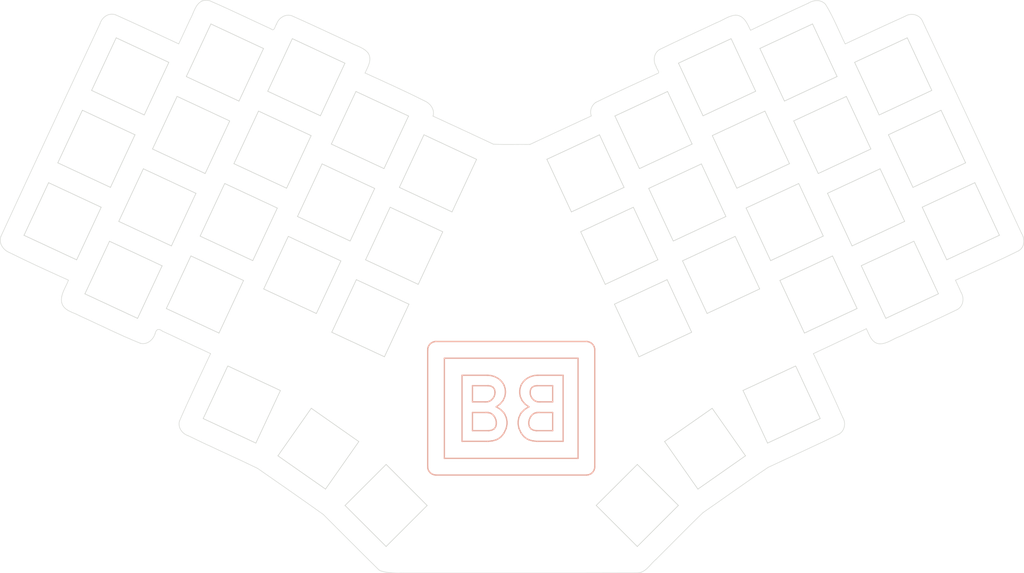
<source format=kicad_pcb>
(kicad_pcb (version 20171130) (host pcbnew "(5.1.10)-1")

  (general
    (thickness 1.6)
    (drawings 732)
    (tracks 0)
    (zones 0)
    (modules 10)
    (nets 1)
  )

  (page A4)
  (layers
    (0 F.Cu signal)
    (31 B.Cu signal)
    (32 B.Adhes user)
    (33 F.Adhes user)
    (34 B.Paste user)
    (35 F.Paste user)
    (36 B.SilkS user)
    (37 F.SilkS user)
    (38 B.Mask user)
    (39 F.Mask user)
    (40 Dwgs.User user)
    (41 Cmts.User user)
    (42 Eco1.User user)
    (43 Eco2.User user)
    (44 Edge.Cuts user)
    (45 Margin user)
    (46 B.CrtYd user)
    (47 F.CrtYd user)
    (48 B.Fab user)
    (49 F.Fab user)
  )

  (setup
    (last_trace_width 0.254)
    (trace_clearance 0.2)
    (zone_clearance 0.508)
    (zone_45_only no)
    (trace_min 0.2)
    (via_size 0.8)
    (via_drill 0.4)
    (via_min_size 0.4)
    (via_min_drill 0.3)
    (uvia_size 0.3)
    (uvia_drill 0.1)
    (uvias_allowed no)
    (uvia_min_size 0.2)
    (uvia_min_drill 0.1)
    (edge_width 0.15)
    (segment_width 0.2)
    (pcb_text_width 0.3)
    (pcb_text_size 1.5 1.5)
    (mod_edge_width 0.12)
    (mod_text_size 1 1)
    (mod_text_width 0.15)
    (pad_size 1.524 1.524)
    (pad_drill 0.762)
    (pad_to_mask_clearance 0)
    (aux_axis_origin 0 0)
    (grid_origin 145.852593 65.458404)
    (visible_elements 7FFFFFFF)
    (pcbplotparams
      (layerselection 0x010fc_ffffffff)
      (usegerberextensions false)
      (usegerberattributes true)
      (usegerberadvancedattributes true)
      (creategerberjobfile true)
      (excludeedgelayer true)
      (linewidth 0.100000)
      (plotframeref false)
      (viasonmask false)
      (mode 1)
      (useauxorigin false)
      (hpglpennumber 1)
      (hpglpenspeed 20)
      (hpglpendiameter 15.000000)
      (psnegative false)
      (psa4output false)
      (plotreference true)
      (plotvalue true)
      (plotinvisibletext false)
      (padsonsilk false)
      (subtractmaskfromsilk false)
      (outputformat 1)
      (mirror false)
      (drillshape 0)
      (scaleselection 1)
      (outputdirectory "top-plate/"))
  )

  (net 0 "")

  (net_class Default "This is the default net class."
    (clearance 0.2)
    (trace_width 0.254)
    (via_dia 0.8)
    (via_drill 0.4)
    (uvia_dia 0.3)
    (uvia_drill 0.1)
  )

  (net_class Power ""
    (clearance 0.2)
    (trace_width 0.381)
    (via_dia 0.8)
    (via_drill 0.4)
    (uvia_dia 0.3)
    (uvia_drill 0.1)
  )

  (module MountingHole:MountingHole_2.2mm_M2 (layer F.Cu) (tedit 56D1B4CB) (tstamp 610E1156)
    (at 198.852593 116.858404)
    (descr "Mounting Hole 2.2mm, no annular, M2")
    (tags "mounting hole 2.2mm no annular m2")
    (attr virtual)
    (fp_text reference "" (at 0 -3.2) (layer F.SilkS)
      (effects (font (size 1 1) (thickness 0.15)))
    )
    (fp_text value "" (at 0 3.2) (layer F.Fab)
      (effects (font (size 1 1) (thickness 0.15)))
    )
    (fp_text user %R (at 0.3 0) (layer F.Fab)
      (effects (font (size 1 1) (thickness 0.15)))
    )
    (fp_circle (center 0 0) (end 2.2 0) (layer Cmts.User) (width 0.15))
    (fp_circle (center 0 0) (end 2.45 0) (layer F.CrtYd) (width 0.05))
    (pad 1 np_thru_hole circle (at 0 0) (size 2.2 2.2) (drill 2.2) (layers *.Cu *.Mask))
  )

  (module MountingHole:MountingHole_2.2mm_M2 (layer F.Cu) (tedit 56D1B4CB) (tstamp 610E1156)
    (at 167.452593 151.458404)
    (descr "Mounting Hole 2.2mm, no annular, M2")
    (tags "mounting hole 2.2mm no annular m2")
    (attr virtual)
    (fp_text reference "" (at 0 -3.2) (layer F.SilkS)
      (effects (font (size 1 1) (thickness 0.15)))
    )
    (fp_text value "" (at 0 3.2) (layer F.Fab)
      (effects (font (size 1 1) (thickness 0.15)))
    )
    (fp_text user %R (at 0.3 0) (layer F.Fab)
      (effects (font (size 1 1) (thickness 0.15)))
    )
    (fp_circle (center 0 0) (end 2.2 0) (layer Cmts.User) (width 0.15))
    (fp_circle (center 0 0) (end 2.45 0) (layer F.CrtYd) (width 0.05))
    (pad 1 np_thru_hole circle (at 0 0) (size 2.2 2.2) (drill 2.2) (layers *.Cu *.Mask))
  )

  (module MountingHole:MountingHole_2.2mm_M2 (layer F.Cu) (tedit 56D1B4CB) (tstamp 610E1156)
    (at 123.052593 151.858404)
    (descr "Mounting Hole 2.2mm, no annular, M2")
    (tags "mounting hole 2.2mm no annular m2")
    (attr virtual)
    (fp_text reference "" (at 0 -3.2) (layer F.SilkS)
      (effects (font (size 1 1) (thickness 0.15)))
    )
    (fp_text value "" (at 0 3.2) (layer F.Fab)
      (effects (font (size 1 1) (thickness 0.15)))
    )
    (fp_text user %R (at 0.3 0) (layer F.Fab)
      (effects (font (size 1 1) (thickness 0.15)))
    )
    (fp_circle (center 0 0) (end 2.2 0) (layer Cmts.User) (width 0.15))
    (fp_circle (center 0 0) (end 2.45 0) (layer F.CrtYd) (width 0.05))
    (pad 1 np_thru_hole circle (at 0 0) (size 2.2 2.2) (drill 2.2) (layers *.Cu *.Mask))
  )

  (module MountingHole:MountingHole_2.2mm_M2 (layer F.Cu) (tedit 56D1B4CB) (tstamp 610E1156)
    (at 178.452593 70.058404)
    (descr "Mounting Hole 2.2mm, no annular, M2")
    (tags "mounting hole 2.2mm no annular m2")
    (attr virtual)
    (fp_text reference "" (at 0 -3.2) (layer F.SilkS)
      (effects (font (size 1 1) (thickness 0.15)))
    )
    (fp_text value "" (at 0 3.2) (layer F.Fab)
      (effects (font (size 1 1) (thickness 0.15)))
    )
    (fp_text user %R (at 0.3 0) (layer F.Fab)
      (effects (font (size 1 1) (thickness 0.15)))
    )
    (fp_circle (center 0 0) (end 2.2 0) (layer Cmts.User) (width 0.15))
    (fp_circle (center 0 0) (end 2.45 0) (layer F.CrtYd) (width 0.05))
    (pad 1 np_thru_hole circle (at 0 0) (size 2.2 2.2) (drill 2.2) (layers *.Cu *.Mask))
  )

  (module MountingHole:MountingHole_2.2mm_M2 (layer F.Cu) (tedit 56D1B4CB) (tstamp 610E1156)
    (at 240.652593 67.258404)
    (descr "Mounting Hole 2.2mm, no annular, M2")
    (tags "mounting hole 2.2mm no annular m2")
    (attr virtual)
    (fp_text reference "" (at 0 -3.2) (layer F.SilkS)
      (effects (font (size 1 1) (thickness 0.15)))
    )
    (fp_text value "" (at 0 3.2) (layer F.Fab)
      (effects (font (size 1 1) (thickness 0.15)))
    )
    (fp_text user %R (at 0.3 0) (layer F.Fab)
      (effects (font (size 1 1) (thickness 0.15)))
    )
    (fp_circle (center 0 0) (end 2.2 0) (layer Cmts.User) (width 0.15))
    (fp_circle (center 0 0) (end 2.45 0) (layer F.CrtYd) (width 0.05))
    (pad 1 np_thru_hole circle (at 0 0) (size 2.2 2.2) (drill 2.2) (layers *.Cu *.Mask))
  )

  (module MountingHole:MountingHole_2.2mm_M2 (layer F.Cu) (tedit 56D1B4CB) (tstamp 610E1156)
    (at 224.652593 32.658404)
    (descr "Mounting Hole 2.2mm, no annular, M2")
    (tags "mounting hole 2.2mm no annular m2")
    (attr virtual)
    (fp_text reference "" (at 0 -3.2) (layer F.SilkS)
      (effects (font (size 1 1) (thickness 0.15)))
    )
    (fp_text value "" (at 0 3.2) (layer F.Fab)
      (effects (font (size 1 1) (thickness 0.15)))
    )
    (fp_text user %R (at 0.3 0) (layer F.Fab)
      (effects (font (size 1 1) (thickness 0.15)))
    )
    (fp_circle (center 0 0) (end 2.2 0) (layer Cmts.User) (width 0.15))
    (fp_circle (center 0 0) (end 2.45 0) (layer F.CrtYd) (width 0.05))
    (pad 1 np_thru_hole circle (at 0 0) (size 2.2 2.2) (drill 2.2) (layers *.Cu *.Mask))
  )

  (module MountingHole:MountingHole_2.2mm_M2 (layer F.Cu) (tedit 56D1B4CB) (tstamp 610E1156)
    (at 93.452593 116.058404)
    (descr "Mounting Hole 2.2mm, no annular, M2")
    (tags "mounting hole 2.2mm no annular m2")
    (attr virtual)
    (fp_text reference "" (at 0 -3.2) (layer F.SilkS)
      (effects (font (size 1 1) (thickness 0.15)))
    )
    (fp_text value "" (at 0 3.2) (layer F.Fab)
      (effects (font (size 1 1) (thickness 0.15)))
    )
    (fp_text user %R (at 0.3 0) (layer F.Fab)
      (effects (font (size 1 1) (thickness 0.15)))
    )
    (fp_circle (center 0 0) (end 2.2 0) (layer Cmts.User) (width 0.15))
    (fp_circle (center 0 0) (end 2.45 0) (layer F.CrtYd) (width 0.05))
    (pad 1 np_thru_hole circle (at 0 0) (size 2.2 2.2) (drill 2.2) (layers *.Cu *.Mask))
  )

  (module MountingHole:MountingHole_2.2mm_M2 (layer F.Cu) (tedit 56D1B4CB) (tstamp 610E1156)
    (at 113.652593 69.458404)
    (descr "Mounting Hole 2.2mm, no annular, M2")
    (tags "mounting hole 2.2mm no annular m2")
    (attr virtual)
    (fp_text reference "" (at 0 -3.2) (layer F.SilkS)
      (effects (font (size 1 1) (thickness 0.15)))
    )
    (fp_text value "" (at 0 3.2) (layer F.Fab)
      (effects (font (size 1 1) (thickness 0.15)))
    )
    (fp_text user %R (at 0.3 0) (layer F.Fab)
      (effects (font (size 1 1) (thickness 0.15)))
    )
    (fp_circle (center 0 0) (end 2.2 0) (layer Cmts.User) (width 0.15))
    (fp_circle (center 0 0) (end 2.45 0) (layer F.CrtYd) (width 0.05))
    (pad 1 np_thru_hole circle (at 0 0) (size 2.2 2.2) (drill 2.2) (layers *.Cu *.Mask))
  )

  (module MountingHole:MountingHole_2.2mm_M2 (layer F.Cu) (tedit 56D1B4CB) (tstamp 610E1156)
    (at 48.652593 74.058404)
    (descr "Mounting Hole 2.2mm, no annular, M2")
    (tags "mounting hole 2.2mm no annular m2")
    (attr virtual)
    (fp_text reference "" (at 0 -3.2) (layer F.SilkS)
      (effects (font (size 1 1) (thickness 0.15)))
    )
    (fp_text value "" (at 0 3.2) (layer F.Fab)
      (effects (font (size 1 1) (thickness 0.15)))
    )
    (fp_text user %R (at 0.3 0) (layer F.Fab)
      (effects (font (size 1 1) (thickness 0.15)))
    )
    (fp_circle (center 0 0) (end 2.2 0) (layer Cmts.User) (width 0.15))
    (fp_circle (center 0 0) (end 2.45 0) (layer F.CrtYd) (width 0.05))
    (pad 1 np_thru_hole circle (at 0 0) (size 2.2 2.2) (drill 2.2) (layers *.Cu *.Mask))
  )

  (module MountingHole:MountingHole_2.2mm_M2 (layer F.Cu) (tedit 56D1B4CB) (tstamp 610E10BF)
    (at 65.452593 38.858404)
    (descr "Mounting Hole 2.2mm, no annular, M2")
    (tags "mounting hole 2.2mm no annular m2")
    (attr virtual)
    (fp_text reference "" (at 0 -3.2) (layer F.SilkS)
      (effects (font (size 1 1) (thickness 0.15)))
    )
    (fp_text value "" (at 0 3.2) (layer F.Fab)
      (effects (font (size 1 1) (thickness 0.15)))
    )
    (fp_text user %R (at 0.3 0) (layer F.Fab)
      (effects (font (size 1 1) (thickness 0.15)))
    )
    (fp_circle (center 0 0) (end 2.2 0) (layer Cmts.User) (width 0.15))
    (fp_circle (center 0 0) (end 2.45 0) (layer F.CrtYd) (width 0.05))
    (pad 1 np_thru_hole circle (at 0 0) (size 2.2 2.2) (drill 2.2) (layers *.Cu *.Mask))
  )

  (gr_line (start 125.865193 130.120436) (end 125.865193 130.020388) (layer F.SilkS) (width 0.16))
  (gr_line (start 125.865193 102.239164) (end 125.865193 102.138764) (layer F.SilkS) (width 0.16))
  (gr_line (start 127.448559 100.294764) (end 127.749245 100.254764) (layer F.SilkS) (width 0.16))
  (gr_line (start 164.679193 100.592564) (end 164.972593 100.834564) (layer F.SilkS) (width 0.16))
  (gr_line (start 165.214593 131.131364) (end 164.972593 131.42461) (layer F.SilkS) (width 0.16))
  (gr_line (start 164.679193 131.666594) (end 164.341993 131.849046) (layer F.SilkS) (width 0.16))
  (gr_line (start 127.075665 100.410164) (end 127.448559 100.294764) (layer F.SilkS) (width 0.16))
  (gr_line (start 126.738319 100.592564) (end 127.075665 100.410164) (layer F.SilkS) (width 0.16))
  (gr_line (start 126.738319 131.666594) (end 126.445071 131.42461) (layer F.SilkS) (width 0.16))
  (gr_line (start 126.203087 101.127965) (end 126.445071 100.834564) (layer F.SilkS) (width 0.16))
  (gr_line (start 164.972593 100.834564) (end 165.214593 101.127965) (layer F.SilkS) (width 0.16))
  (gr_line (start 126.203087 131.131364) (end 126.020636 130.794016) (layer F.SilkS) (width 0.16))
  (gr_line (start 126.445071 131.42461) (end 126.203087 131.131364) (layer F.SilkS) (width 0.16))
  (gr_line (start 125.905156 101.838164) (end 126.020636 101.465164) (layer F.SilkS) (width 0.16))
  (gr_line (start 165.396993 130.794016) (end 165.214593 131.131364) (layer F.SilkS) (width 0.16))
  (gr_line (start 125.865193 130.020388) (end 125.865193 102.239164) (layer F.SilkS) (width 0.16))
  (gr_line (start 126.445071 100.834564) (end 126.738319 100.592564) (layer F.SilkS) (width 0.16))
  (gr_line (start 126.020636 101.465164) (end 126.203087 101.127965) (layer F.SilkS) (width 0.16))
  (gr_line (start 125.905156 130.421124) (end 125.865193 130.120436) (layer F.SilkS) (width 0.16))
  (gr_line (start 165.512393 130.421124) (end 165.396993 130.794016) (layer F.SilkS) (width 0.16))
  (gr_line (start 165.214593 101.127965) (end 165.396993 101.465164) (layer F.SilkS) (width 0.16))
  (gr_line (start 163.968993 100.294764) (end 164.341993 100.410164) (layer F.SilkS) (width 0.16))
  (gr_line (start 164.341993 100.410164) (end 164.679193 100.592564) (layer F.SilkS) (width 0.16))
  (gr_line (start 127.849569 132.004764) (end 127.749245 132.004764) (layer F.SilkS) (width 0.16))
  (gr_line (start 164.972593 131.42461) (end 164.679193 131.666594) (layer F.SilkS) (width 0.16))
  (gr_line (start 163.668393 132.004764) (end 163.568393 132.004764) (layer F.SilkS) (width 0.16))
  (gr_line (start 165.552793 130.120436) (end 165.512393 130.421124) (layer F.SilkS) (width 0.16))
  (gr_line (start 165.552793 102.138764) (end 165.552793 102.239164) (layer F.SilkS) (width 0.16))
  (gr_line (start 165.512393 101.838164) (end 165.552793 102.138764) (layer F.SilkS) (width 0.16))
  (gr_line (start 144.523533 120.842104) (end 144.492133 120.947364) (layer F.SilkS) (width 0.16))
  (gr_line (start 144.554733 120.736544) (end 144.523533 120.842104) (layer F.SilkS) (width 0.16))
  (gr_line (start 144.710933 119.892344) (end 144.554733 120.736544) (layer F.SilkS) (width 0.16))
  (gr_line (start 127.075665 131.849046) (end 126.738319 131.666594) (layer F.SilkS) (width 0.16))
  (gr_line (start 125.865193 102.138764) (end 125.905156 101.838164) (layer F.SilkS) (width 0.16))
  (gr_line (start 165.552793 130.020388) (end 165.552793 130.120436) (layer F.SilkS) (width 0.16))
  (gr_line (start 126.020636 130.794016) (end 125.905156 130.421124) (layer F.SilkS) (width 0.16))
  (gr_line (start 144.710933 119.575984) (end 144.710933 119.892344) (layer F.SilkS) (width 0.16))
  (gr_line (start 129.833953 128.036004) (end 129.833953 104.223564) (layer F.SilkS) (width 0.16))
  (gr_line (start 127.749245 132.004764) (end 127.448559 131.964526) (layer F.SilkS) (width 0.16))
  (gr_line (start 165.396993 101.465164) (end 165.512393 101.838164) (layer F.SilkS) (width 0.16))
  (gr_line (start 163.968993 131.964526) (end 163.668393 132.004764) (layer F.SilkS) (width 0.16))
  (gr_line (start 127.849569 100.254764) (end 163.568393 100.254764) (layer F.SilkS) (width 0.16))
  (gr_line (start 163.668393 100.254764) (end 163.968993 100.294764) (layer F.SilkS) (width 0.16))
  (gr_line (start 163.568393 100.254764) (end 163.668393 100.254764) (layer F.SilkS) (width 0.16))
  (gr_line (start 163.568393 132.004764) (end 127.849569 132.004764) (layer F.SilkS) (width 0.16))
  (gr_line (start 161.583993 128.036004) (end 129.833953 128.036004) (layer F.SilkS) (width 0.16))
  (gr_line (start 161.583993 104.223564) (end 161.583993 128.036004) (layer F.SilkS) (width 0.16))
  (gr_line (start 129.833953 104.223564) (end 161.583993 104.223564) (layer F.SilkS) (width 0.16))
  (gr_line (start 127.448559 131.964526) (end 127.075665 131.849046) (layer F.SilkS) (width 0.16))
  (gr_line (start 165.552793 102.239164) (end 165.552793 130.020388) (layer F.SilkS) (width 0.16))
  (gr_line (start 164.341993 131.849046) (end 163.968993 131.964526) (layer F.SilkS) (width 0.16))
  (gr_line (start 127.749245 100.254764) (end 127.849569 100.254764) (layer F.SilkS) (width 0.16))
  (gr_line (start 142.178973 119.622824) (end 142.178973 119.436484) (layer F.SilkS) (width 0.16))
  (gr_line (start 141.795013 112.891404) (end 141.850973 112.489244) (layer F.SilkS) (width 0.16))
  (gr_line (start 141.628013 113.375064) (end 141.795013 112.891404) (layer F.SilkS) (width 0.16))
  (gr_line (start 141.065752 114.100164) (end 141.349673 113.805804) (layer F.SilkS) (width 0.16))
  (gr_line (start 140.959913 114.183984) (end 141.065752 114.100164) (layer F.SilkS) (width 0.16))
  (gr_line (start 140.637473 114.400584) (end 140.905093 114.226944) (layer F.SilkS) (width 0.16))
  (gr_line (start 140.377633 114.519964) (end 140.637473 114.400584) (layer F.SilkS) (width 0.16))
  (gr_line (start 141.850973 112.489244) (end 141.850973 112.355324) (layer F.SilkS) (width 0.16))
  (gr_line (start 140.905093 114.226944) (end 140.959913 114.183984) (layer F.SilkS) (width 0.16))
  (gr_line (start 141.349673 113.805804) (end 141.628013 113.375064) (layer F.SilkS) (width 0.16))
  (gr_line (start 140.678553 117.255064) (end 140.635573 117.239385) (layer F.SilkS) (width 0.16))
  (gr_line (start 141.827253 118.302104) (end 141.756993 118.192944) (layer F.SilkS) (width 0.16))
  (gr_line (start 140.761793 117.286524) (end 140.678553 117.255064) (layer F.SilkS) (width 0.16))
  (gr_line (start 141.287932 117.618344) (end 141.000772 117.410204) (layer F.SilkS) (width 0.16))
  (gr_line (start 141.756993 118.192944) (end 141.708793 118.110824) (layer F.SilkS) (width 0.16))
  (gr_line (start 142.178973 119.436484) (end 142.073433 118.878404) (layer F.SilkS) (width 0.16))
  (gr_line (start 141.000772 117.410204) (end 140.761793 117.286524) (layer F.SilkS) (width 0.16))
  (gr_line (start 141.540093 117.879324) (end 141.287932 117.618344) (layer F.SilkS) (width 0.16))
  (gr_line (start 141.708793 118.110824) (end 141.540093 117.879324) (layer F.SilkS) (width 0.16))
  (gr_line (start 142.073433 118.878404) (end 141.827253 118.302104) (layer F.SilkS) (width 0.16))
  (gr_line (start 134.020433 108.275964) (end 139.975453 108.275964) (layer F.SilkS) (width 0.16))
  (gr_line (start 139.975453 123.983444) (end 134.020433 123.983444) (layer F.SilkS) (width 0.16))
  (gr_line (start 141.124253 123.889744) (end 141.022493 123.905204) (layer F.SilkS) (width 0.16))
  (gr_line (start 141.743793 111.657764) (end 141.422973 111.159764) (layer F.SilkS) (width 0.16))
  (gr_line (start 144.540893 118.368484) (end 144.710933 119.273864) (layer F.SilkS) (width 0.16))
  (gr_line (start 142.995593 109.334964) (end 143.093453 109.424764) (layer F.SilkS) (width 0.16))
  (gr_line (start 142.454293 108.944164) (end 142.995593 109.334964) (layer F.SilkS) (width 0.16))
  (gr_line (start 142.108713 123.635684) (end 141.704353 123.760484) (layer F.SilkS) (width 0.16))
  (gr_line (start 143.929313 122.104124) (end 143.620633 122.524144) (layer F.SilkS) (width 0.16))
  (gr_line (start 143.921633 117.164964) (end 144.031053 117.325324) (layer F.SilkS) (width 0.16))
  (gr_line (start 143.228213 116.457705) (end 143.921633 117.164964) (layer F.SilkS) (width 0.16))
  (gr_line (start 142.388453 115.630644) (end 142.132133 115.778124) (layer F.SilkS) (width 0.16))
  (gr_line (start 144.335853 112.034224) (end 144.335853 112.237924) (layer F.SilkS) (width 0.16))
  (gr_line (start 144.253733 111.423164) (end 144.335853 112.034224) (layer F.SilkS) (width 0.16))
  (gr_line (start 144.198073 113.311924) (end 143.784893 114.260044) (layer F.SilkS) (width 0.16))
  (gr_line (start 144.144313 117.485484) (end 144.540893 118.368484) (layer F.SilkS) (width 0.16))
  (gr_line (start 140.237013 123.983444) (end 139.975453 123.983444) (layer F.SilkS) (width 0.16))
  (gr_line (start 143.096193 115.081864) (end 142.388453 115.630644) (layer F.SilkS) (width 0.16))
  (gr_line (start 143.112713 123.041744) (end 142.712233 123.332784) (layer F.SilkS) (width 0.16))
  (gr_line (start 143.784893 114.260044) (end 143.096193 115.081864) (layer F.SilkS) (width 0.16))
  (gr_line (start 139.963313 114.588264) (end 140.275893 114.547204) (layer F.SilkS) (width 0.16))
  (gr_line (start 134.020433 123.983444) (end 134.020433 108.275964) (layer F.SilkS) (width 0.16))
  (gr_line (start 139.482972 114.605904) (end 139.602853 114.605904) (layer F.SilkS) (width 0.16))
  (gr_line (start 143.952753 110.545964) (end 144.007633 110.667164) (layer F.SilkS) (width 0.16))
  (gr_line (start 140.326613 110.761164) (end 140.139493 110.761164) (layer F.SilkS) (width 0.16))
  (gr_line (start 144.031053 117.325324) (end 144.144313 117.485484) (layer F.SilkS) (width 0.16))
  (gr_line (start 142.272673 123.569204) (end 142.178973 123.608364) (layer F.SilkS) (width 0.16))
  (gr_line (start 143.620633 122.524144) (end 143.265113 122.905004) (layer F.SilkS) (width 0.16))
  (gr_line (start 141.022493 123.905204) (end 140.237013 123.983444) (layer F.SilkS) (width 0.16))
  (gr_line (start 143.984213 122.014244) (end 143.929313 122.104124) (layer F.SilkS) (width 0.16))
  (gr_line (start 140.877793 108.352164) (end 141.577273 108.529964) (layer F.SilkS) (width 0.16))
  (gr_line (start 136.505613 110.761164) (end 136.505613 114.605904) (layer F.SilkS) (width 0.16))
  (gr_line (start 140.139493 110.761164) (end 136.505613 110.761164) (layer F.SilkS) (width 0.16))
  (gr_line (start 141.422973 111.159764) (end 140.888012 110.860764) (layer F.SilkS) (width 0.16))
  (gr_line (start 141.229513 123.870204) (end 141.124253 123.889744) (layer F.SilkS) (width 0.16))
  (gr_line (start 143.265113 122.905004) (end 143.187153 122.975284) (layer F.SilkS) (width 0.16))
  (gr_line (start 143.614853 109.992964) (end 143.952753 110.545964) (layer F.SilkS) (width 0.16))
  (gr_line (start 143.093453 109.424764) (end 143.191033 109.510764) (layer F.SilkS) (width 0.16))
  (gr_line (start 141.850973 112.180844) (end 141.743793 111.657764) (layer F.SilkS) (width 0.16))
  (gr_line (start 142.178973 123.608364) (end 142.108713 123.635684) (layer F.SilkS) (width 0.16))
  (gr_line (start 142.339073 115.875624) (end 143.228213 116.457705) (layer F.SilkS) (width 0.16))
  (gr_line (start 144.062173 110.788164) (end 144.253733 111.423164) (layer F.SilkS) (width 0.16))
  (gr_line (start 143.191033 109.510764) (end 143.614853 109.992964) (layer F.SilkS) (width 0.16))
  (gr_line (start 139.975453 108.275964) (end 140.200953 108.275964) (layer F.SilkS) (width 0.16))
  (gr_line (start 142.712233 123.332784) (end 142.272673 123.569204) (layer F.SilkS) (width 0.16))
  (gr_line (start 141.850973 112.355324) (end 141.850973 112.180844) (layer F.SilkS) (width 0.16))
  (gr_line (start 144.007633 110.667164) (end 144.062173 110.788164) (layer F.SilkS) (width 0.16))
  (gr_line (start 143.187153 122.975284) (end 143.112713 123.041744) (layer F.SilkS) (width 0.16))
  (gr_line (start 141.704353 123.760484) (end 141.229513 123.870204) (layer F.SilkS) (width 0.16))
  (gr_line (start 141.842993 108.631564) (end 142.454293 108.944164) (layer F.SilkS) (width 0.16))
  (gr_line (start 144.492133 120.947364) (end 144.042633 121.924424) (layer F.SilkS) (width 0.16))
  (gr_line (start 140.888012 110.860764) (end 140.326613 110.761164) (layer F.SilkS) (width 0.16))
  (gr_line (start 141.710133 108.580964) (end 141.842993 108.631564) (layer F.SilkS) (width 0.16))
  (gr_line (start 144.042633 121.924424) (end 143.984213 122.014244) (layer F.SilkS) (width 0.16))
  (gr_line (start 144.335853 112.237924) (end 144.335853 112.506384) (layer F.SilkS) (width 0.16))
  (gr_line (start 140.326892 114.535624) (end 140.377633 114.519964) (layer F.SilkS) (width 0.16))
  (gr_line (start 140.275893 114.547204) (end 140.326892 114.535624) (layer F.SilkS) (width 0.16))
  (gr_line (start 139.602853 114.605904) (end 139.963313 114.588264) (layer F.SilkS) (width 0.16))
  (gr_line (start 136.505613 114.605904) (end 139.482972 114.605904) (layer F.SilkS) (width 0.16))
  (gr_line (start 144.335853 112.506384) (end 144.198073 113.311924) (layer F.SilkS) (width 0.16))
  (gr_line (start 140.200953 108.275964) (end 140.877793 108.352164) (layer F.SilkS) (width 0.16))
  (gr_line (start 144.710933 119.273864) (end 144.710933 119.575984) (layer F.SilkS) (width 0.16))
  (gr_line (start 142.132133 115.778124) (end 142.339073 115.875624) (layer F.SilkS) (width 0.16))
  (gr_line (start 141.577273 108.529964) (end 141.710133 108.580964) (layer F.SilkS) (width 0.16))
  (gr_line (start 148.048593 110.667164) (end 148.103193 110.545964) (layer F.SilkS) (width 0.16))
  (gr_line (start 148.440993 109.992964) (end 148.864993 109.510564) (layer F.SilkS) (width 0.16))
  (gr_line (start 150.351793 123.760484) (end 149.947593 123.635684) (layer F.SilkS) (width 0.16))
  (gr_line (start 152.080993 123.983444) (end 151.793793 123.983444) (layer F.SilkS) (width 0.16))
  (gr_line (start 158.035793 108.275964) (end 158.035793 123.983444) (layer F.SilkS) (width 0.16))
  (gr_line (start 147.514993 118.368484) (end 147.911593 117.485484) (layer F.SilkS) (width 0.16))
  (gr_line (start 148.025193 117.325324) (end 148.134593 117.164964) (layer F.SilkS) (width 0.16))
  (gr_line (start 149.060393 109.334964) (end 149.601593 108.944164) (layer F.SilkS) (width 0.16))
  (gr_line (start 151.178393 108.352164) (end 151.855192 108.275964) (layer F.SilkS) (width 0.16))
  (gr_line (start 150.826593 123.870204) (end 150.351793 123.760484) (layer F.SilkS) (width 0.16))
  (gr_line (start 147.720393 112.506604) (end 147.720393 112.238204) (layer F.SilkS) (width 0.16))
  (gr_line (start 148.943193 123.041744) (end 148.868993 122.975284) (layer F.SilkS) (width 0.16))
  (gr_line (start 147.720393 112.034224) (end 147.802193 111.423164) (layer F.SilkS) (width 0.16))
  (gr_line (start 149.947593 123.635684) (end 149.877193 123.608364) (layer F.SilkS) (width 0.16))
  (gr_line (start 147.720393 112.238204) (end 147.720393 112.034224) (layer F.SilkS) (width 0.16))
  (gr_line (start 148.962793 109.424764) (end 149.060393 109.334964) (layer F.SilkS) (width 0.16))
  (gr_line (start 147.345193 119.273864) (end 147.514993 118.368484) (layer F.SilkS) (width 0.16))
  (gr_line (start 148.103193 110.545964) (end 148.440993 109.992964) (layer F.SilkS) (width 0.16))
  (gr_line (start 152.080993 108.275964) (end 158.035793 108.275964) (layer F.SilkS) (width 0.16))
  (gr_line (start 150.478793 108.529964) (end 151.178393 108.352164) (layer F.SilkS) (width 0.16))
  (gr_line (start 147.532593 120.842104) (end 147.501193 120.736544) (layer F.SilkS) (width 0.16))
  (gr_line (start 147.345193 119.575984) (end 147.345193 119.273864) (layer F.SilkS) (width 0.16))
  (gr_line (start 147.993793 110.788164) (end 148.048593 110.667164) (layer F.SilkS) (width 0.16))
  (gr_line (start 149.343593 123.332784) (end 148.943193 123.041744) (layer F.SilkS) (width 0.16))
  (gr_line (start 149.667393 115.630644) (end 148.959793 115.081864) (layer F.SilkS) (width 0.16))
  (gr_line (start 147.911593 117.485484) (end 148.025193 117.325324) (layer F.SilkS) (width 0.16))
  (gr_line (start 149.716793 115.875624) (end 149.923993 115.778124) (layer F.SilkS) (width 0.16))
  (gr_line (start 150.345993 108.580964) (end 150.478793 108.529964) (layer F.SilkS) (width 0.16))
  (gr_line (start 150.205393 112.180844) (end 150.205393 112.355324) (layer F.SilkS) (width 0.16))
  (gr_line (start 158.035793 123.983444) (end 152.080993 123.983444) (layer F.SilkS) (width 0.16))
  (gr_line (start 151.855192 108.275964) (end 152.080993 108.275964) (layer F.SilkS) (width 0.16))
  (gr_line (start 147.501193 120.736544) (end 147.345193 119.865884) (layer F.SilkS) (width 0.16))
  (gr_line (start 147.857793 113.311924) (end 147.720393 112.506604) (layer F.SilkS) (width 0.16))
  (gr_line (start 150.213193 108.631564) (end 150.345993 108.580964) (layer F.SilkS) (width 0.16))
  (gr_line (start 148.864993 109.510564) (end 148.962793 109.424764) (layer F.SilkS) (width 0.16))
  (gr_line (start 150.312393 111.657764) (end 150.205393 112.180844) (layer F.SilkS) (width 0.16))
  (gr_line (start 147.802193 111.423164) (end 147.993793 110.788164) (layer F.SilkS) (width 0.16))
  (gr_line (start 148.013193 121.924144) (end 147.563793 120.947364) (layer F.SilkS) (width 0.16))
  (gr_line (start 148.126593 122.104124) (end 148.071993 122.014244) (layer F.SilkS) (width 0.16))
  (gr_line (start 148.435193 122.524144) (end 148.126593 122.104124) (layer F.SilkS) (width 0.16))
  (gr_line (start 151.793793 123.983444) (end 151.033793 123.905204) (layer F.SilkS) (width 0.16))
  (gr_line (start 147.345193 119.865884) (end 147.345193 119.575984) (layer F.SilkS) (width 0.16))
  (gr_line (start 147.563793 120.947364) (end 147.532593 120.842104) (layer F.SilkS) (width 0.16))
  (gr_line (start 151.033793 123.905204) (end 150.932193 123.889744) (layer F.SilkS) (width 0.16))
  (gr_line (start 149.601593 108.944164) (end 150.213193 108.631564) (layer F.SilkS) (width 0.16))
  (gr_line (start 148.959793 115.081864) (end 148.270993 114.260044) (layer F.SilkS) (width 0.16))
  (gr_line (start 148.827993 116.457705) (end 149.716793 115.875624) (layer F.SilkS) (width 0.16))
  (gr_line (start 149.923993 115.778124) (end 149.667393 115.630644) (layer F.SilkS) (width 0.16))
  (gr_line (start 149.877193 123.608364) (end 149.783193 123.569204) (layer F.SilkS) (width 0.16))
  (gr_line (start 150.932193 123.889744) (end 150.826593 123.870204) (layer F.SilkS) (width 0.16))
  (gr_line (start 148.071993 122.014244) (end 148.013193 121.924144) (layer F.SilkS) (width 0.16))
  (gr_line (start 148.270993 114.260044) (end 147.857793 113.311924) (layer F.SilkS) (width 0.16))
  (gr_line (start 148.790793 122.905004) (end 148.435193 122.524144) (layer F.SilkS) (width 0.16))
  (gr_line (start 148.868993 122.975284) (end 148.790793 122.905004) (layer F.SilkS) (width 0.16))
  (gr_line (start 148.134593 117.164964) (end 148.827993 116.457705) (layer F.SilkS) (width 0.16))
  (gr_line (start 149.783193 123.569204) (end 149.343593 123.332784) (layer F.SilkS) (width 0.16))
  (gr_line (start 140.233193 117.161364) (end 140.201733 117.157184) (layer F.SilkS) (width 0.16))
  (gr_line (start 152.322593 117.137924) (end 152.063393 117.143724) (layer F.SilkS) (width 0.16))
  (gr_line (start 149.997193 120.422924) (end 150.357593 120.994224) (layer F.SilkS) (width 0.16))
  (gr_line (start 150.228593 118.302104) (end 149.982593 118.878404) (layer F.SilkS) (width 0.16))
  (gr_line (start 150.299193 118.192664) (end 150.228593 118.302104) (layer F.SilkS) (width 0.16))
  (gr_line (start 151.771792 117.161364) (end 151.617993 117.184505) (layer F.SilkS) (width 0.16))
  (gr_line (start 152.409193 117.137924) (end 152.322593 117.137924) (layer F.SilkS) (width 0.16))
  (gr_line (start 152.063393 117.143724) (end 151.854193 117.157184) (layer F.SilkS) (width 0.16))
  (gr_line (start 151.055193 117.410204) (end 150.767993 117.618344) (layer F.SilkS) (width 0.16))
  (gr_line (start 151.617993 117.184505) (end 151.420593 117.239385) (layer F.SilkS) (width 0.16))
  (gr_line (start 150.958393 121.337124) (end 151.589393 121.451484) (layer F.SilkS) (width 0.16))
  (gr_line (start 149.877193 119.822644) (end 149.997193 120.422924) (layer F.SilkS) (width 0.16))
  (gr_line (start 140.466593 121.451484) (end 141.097493 121.337124) (layer F.SilkS) (width 0.16))
  (gr_line (start 140.256613 121.451484) (end 140.466593 121.451484) (layer F.SilkS) (width 0.16))
  (gr_line (start 142.058813 120.422924) (end 142.178973 119.822644) (layer F.SilkS) (width 0.16))
  (gr_line (start 150.205393 112.489244) (end 150.260993 112.891404) (layer F.SilkS) (width 0.16))
  (gr_line (start 150.347193 118.110544) (end 150.299193 118.192664) (layer F.SilkS) (width 0.16))
  (gr_line (start 151.377593 117.255064) (end 151.294193 117.286524) (layer F.SilkS) (width 0.16))
  (gr_line (start 149.877193 119.622824) (end 149.877193 119.822644) (layer F.SilkS) (width 0.16))
  (gr_line (start 142.178973 119.822644) (end 142.178973 119.622824) (layer F.SilkS) (width 0.16))
  (gr_line (start 151.822992 117.161364) (end 151.771792 117.161364) (layer F.SilkS) (width 0.16))
  (gr_line (start 151.589393 121.451484) (end 151.799593 121.451484) (layer F.SilkS) (width 0.16))
  (gr_line (start 140.635573 117.239385) (end 140.438233 117.184505) (layer F.SilkS) (width 0.16))
  (gr_line (start 139.647233 117.137924) (end 136.505613 117.137924) (layer F.SilkS) (width 0.16))
  (gr_line (start 152.452993 114.605904) (end 152.573193 114.605904) (layer F.SilkS) (width 0.16))
  (gr_line (start 152.092593 114.588264) (end 152.452993 114.605904) (layer F.SilkS) (width 0.16))
  (gr_line (start 150.515793 117.879044) (end 150.347193 118.110544) (layer F.SilkS) (width 0.16))
  (gr_line (start 149.877193 119.436484) (end 149.877193 119.622824) (layer F.SilkS) (width 0.16))
  (gr_line (start 151.854193 117.157184) (end 151.822992 117.161364) (layer F.SilkS) (width 0.16))
  (gr_line (start 140.284413 117.161364) (end 140.233193 117.161364) (layer F.SilkS) (width 0.16))
  (gr_line (start 150.633193 111.159564) (end 150.312393 111.657764) (layer F.SilkS) (width 0.16))
  (gr_line (start 151.167993 110.860364) (end 150.633193 111.159564) (layer F.SilkS) (width 0.16))
  (gr_line (start 151.418393 114.400584) (end 151.678393 114.519964) (layer F.SilkS) (width 0.16))
  (gr_line (start 151.729393 110.760964) (end 151.167993 110.860364) (layer F.SilkS) (width 0.16))
  (gr_line (start 151.294193 117.286524) (end 151.055193 117.410204) (layer F.SilkS) (width 0.16))
  (gr_line (start 151.799593 121.451484) (end 155.550593 121.451484) (layer F.SilkS) (width 0.16))
  (gr_line (start 139.733513 117.137924) (end 139.647233 117.137924) (layer F.SilkS) (width 0.16))
  (gr_line (start 140.201733 117.157184) (end 139.992812 117.143724) (layer F.SilkS) (width 0.16))
  (gr_line (start 150.706193 113.805804) (end 150.990193 114.100164) (layer F.SilkS) (width 0.16))
  (gr_line (start 151.916793 110.760964) (end 151.729393 110.760964) (layer F.SilkS) (width 0.16))
  (gr_line (start 150.357593 120.994224) (end 150.958393 121.337124) (layer F.SilkS) (width 0.16))
  (gr_line (start 140.438233 117.184505) (end 140.284413 117.161364) (layer F.SilkS) (width 0.16))
  (gr_line (start 150.990193 114.100164) (end 151.096193 114.183984) (layer F.SilkS) (width 0.16))
  (gr_line (start 136.505613 121.451484) (end 140.256613 121.451484) (layer F.SilkS) (width 0.16))
  (gr_line (start 139.992812 117.143724) (end 139.733513 117.137924) (layer F.SilkS) (width 0.16))
  (gr_line (start 155.550593 121.451484) (end 155.550593 117.137924) (layer F.SilkS) (width 0.16))
  (gr_line (start 155.550593 110.760964) (end 151.916793 110.760964) (layer F.SilkS) (width 0.16))
  (gr_line (start 155.550593 114.605904) (end 155.550593 110.760964) (layer F.SilkS) (width 0.16))
  (gr_line (start 151.779993 114.547204) (end 152.092593 114.588264) (layer F.SilkS) (width 0.16))
  (gr_line (start 136.505613 117.137924) (end 136.505613 121.451484) (layer F.SilkS) (width 0.16))
  (gr_line (start 151.678393 114.519964) (end 151.729393 114.535624) (layer F.SilkS) (width 0.16))
  (gr_line (start 150.205393 112.355324) (end 150.205393 112.489244) (layer F.SilkS) (width 0.16))
  (gr_line (start 152.573193 114.605904) (end 155.550593 114.605904) (layer F.SilkS) (width 0.16))
  (gr_line (start 151.729393 114.535624) (end 151.779993 114.547204) (layer F.SilkS) (width 0.16))
  (gr_line (start 141.097493 121.337124) (end 141.698292 120.994224) (layer F.SilkS) (width 0.16))
  (gr_line (start 151.150793 114.226944) (end 151.418393 114.400584) (layer F.SilkS) (width 0.16))
  (gr_line (start 151.096193 114.183984) (end 151.150793 114.226944) (layer F.SilkS) (width 0.16))
  (gr_line (start 150.427993 113.375064) (end 150.706193 113.805804) (layer F.SilkS) (width 0.16))
  (gr_line (start 151.420593 117.239385) (end 151.377593 117.255064) (layer F.SilkS) (width 0.16))
  (gr_line (start 155.550593 117.137924) (end 152.409193 117.137924) (layer F.SilkS) (width 0.16))
  (gr_line (start 141.698292 120.994224) (end 142.058813 120.422924) (layer F.SilkS) (width 0.16))
  (gr_line (start 150.260993 112.891404) (end 150.427993 113.375064) (layer F.SilkS) (width 0.16))
  (gr_line (start 150.767993 117.618344) (end 150.515793 117.879044) (layer F.SilkS) (width 0.16))
  (gr_line (start 149.982593 118.878404) (end 149.877193 119.436484) (layer F.SilkS) (width 0.16))
  (gr_line (start 175.683936 149.019026) (end 185.441016 139.257449) (layer Edge.Cuts) (width 0.15) (tstamp 610DF8F8))
  (gr_line (start 165.92578 139.252549) (end 175.683936 149.019026) (layer Edge.Cuts) (width 0.15) (tstamp 610DF8F7))
  (gr_line (start 185.441016 139.257449) (end 175.688836 129.503789) (layer Edge.Cuts) (width 0.15) (tstamp 610DF8F6))
  (gr_line (start 175.688836 129.503789) (end 165.92578 139.252549) (layer Edge.Cuts) (width 0.15) (tstamp 610DF8F5))
  (gr_line (start 190.079608 135.370464) (end 201.383537 127.451486) (layer Edge.Cuts) (width 0.15) (tstamp 610DF8F8))
  (gr_line (start 182.165631 124.057876) (end 190.079608 135.370464) (layer Edge.Cuts) (width 0.15) (tstamp 610DF8F7))
  (gr_line (start 201.383537 127.451486) (end 193.473219 116.152558) (layer Edge.Cuts) (width 0.15) (tstamp 610DF8F6))
  (gr_line (start 193.473219 116.152558) (end 182.165631 124.057876) (layer Edge.Cuts) (width 0.15) (tstamp 610DF8F5))
  (gr_line (start 206.626819 124.429942) (end 219.134131 118.594178) (layer Edge.Cuts) (width 0.15) (tstamp 610DF8F8))
  (gr_line (start 200.797483 111.91497) (end 206.626819 124.429942) (layer Edge.Cuts) (width 0.15) (tstamp 610DF8F7))
  (gr_line (start 219.134131 118.594178) (end 213.306027 106.093294) (layer Edge.Cuts) (width 0.15) (tstamp 610DF8F6))
  (gr_line (start 213.306027 106.093294) (end 200.797483 111.91497) (layer Edge.Cuts) (width 0.15) (tstamp 610DF8F5))
  (gr_line (start 249.196819 80.849942) (end 261.704131 75.014178) (layer Edge.Cuts) (width 0.15) (tstamp 610DF8F8))
  (gr_line (start 243.367483 68.33497) (end 249.196819 80.849942) (layer Edge.Cuts) (width 0.15) (tstamp 610DF8F7))
  (gr_line (start 261.704131 75.014178) (end 255.876027 62.513294) (layer Edge.Cuts) (width 0.15) (tstamp 610DF8F6))
  (gr_line (start 255.876027 62.513294) (end 243.367483 68.33497) (layer Edge.Cuts) (width 0.15) (tstamp 610DF8F5))
  (gr_line (start 241.166819 63.629942) (end 253.674131 57.794178) (layer Edge.Cuts) (width 0.15) (tstamp 610DF8F8))
  (gr_line (start 235.337483 51.11497) (end 241.166819 63.629942) (layer Edge.Cuts) (width 0.15) (tstamp 610DF8F7))
  (gr_line (start 253.674131 57.794178) (end 247.846027 45.293294) (layer Edge.Cuts) (width 0.15) (tstamp 610DF8F6))
  (gr_line (start 247.846027 45.293294) (end 235.337483 51.11497) (layer Edge.Cuts) (width 0.15) (tstamp 610DF8F5))
  (gr_line (start 233.136819 46.409942) (end 245.644131 40.574178) (layer Edge.Cuts) (width 0.15) (tstamp 610DF8F8))
  (gr_line (start 227.307483 33.89497) (end 233.136819 46.409942) (layer Edge.Cuts) (width 0.15) (tstamp 610DF8F7))
  (gr_line (start 245.644131 40.574178) (end 239.816027 28.073294) (layer Edge.Cuts) (width 0.15) (tstamp 610DF8F6))
  (gr_line (start 239.816027 28.073294) (end 227.307483 33.89497) (layer Edge.Cuts) (width 0.15) (tstamp 610DF8F5))
  (gr_line (start 234.716819 94.769942) (end 247.224131 88.934178) (layer Edge.Cuts) (width 0.15) (tstamp 610DF8F8))
  (gr_line (start 228.887483 82.25497) (end 234.716819 94.769942) (layer Edge.Cuts) (width 0.15) (tstamp 610DF8F7))
  (gr_line (start 247.224131 88.934178) (end 241.396027 76.433294) (layer Edge.Cuts) (width 0.15) (tstamp 610DF8F6))
  (gr_line (start 241.396027 76.433294) (end 228.887483 82.25497) (layer Edge.Cuts) (width 0.15) (tstamp 610DF8F5))
  (gr_line (start 226.696819 77.549942) (end 239.204131 71.714178) (layer Edge.Cuts) (width 0.15) (tstamp 610DF8F8))
  (gr_line (start 220.867483 65.03497) (end 226.696819 77.549942) (layer Edge.Cuts) (width 0.15) (tstamp 610DF8F7))
  (gr_line (start 239.204131 71.714178) (end 233.376027 59.213294) (layer Edge.Cuts) (width 0.15) (tstamp 610DF8F6))
  (gr_line (start 233.376027 59.213294) (end 220.867483 65.03497) (layer Edge.Cuts) (width 0.15) (tstamp 610DF8F5))
  (gr_line (start 218.666819 60.339942) (end 231.174131 54.504178) (layer Edge.Cuts) (width 0.15) (tstamp 610DF8F8))
  (gr_line (start 212.837483 47.82497) (end 218.666819 60.339942) (layer Edge.Cuts) (width 0.15) (tstamp 610DF8F7))
  (gr_line (start 231.174131 54.504178) (end 225.346027 42.003294) (layer Edge.Cuts) (width 0.15) (tstamp 610DF8F6))
  (gr_line (start 225.346027 42.003294) (end 212.837483 47.82497) (layer Edge.Cuts) (width 0.15) (tstamp 610DF8F5))
  (gr_line (start 210.636819 43.109942) (end 223.144131 37.274178) (layer Edge.Cuts) (width 0.15) (tstamp 610DF8F8))
  (gr_line (start 204.807483 30.59497) (end 210.636819 43.109942) (layer Edge.Cuts) (width 0.15) (tstamp 610DF8F7))
  (gr_line (start 223.144131 37.274178) (end 217.316027 24.773294) (layer Edge.Cuts) (width 0.15) (tstamp 610DF8F6))
  (gr_line (start 217.316027 24.773294) (end 204.807483 30.59497) (layer Edge.Cuts) (width 0.15) (tstamp 610DF8F5))
  (gr_line (start 215.386819 98.269942) (end 227.894131 92.434178) (layer Edge.Cuts) (width 0.15) (tstamp 610DF8F8))
  (gr_line (start 209.557483 85.75497) (end 215.386819 98.269942) (layer Edge.Cuts) (width 0.15) (tstamp 610DF8F7))
  (gr_line (start 227.894131 92.434178) (end 222.066027 79.933294) (layer Edge.Cuts) (width 0.15) (tstamp 610DF8F6))
  (gr_line (start 222.066027 79.933294) (end 209.557483 85.75497) (layer Edge.Cuts) (width 0.15) (tstamp 610DF8F5))
  (gr_line (start 207.356819 81.049942) (end 219.864131 75.214178) (layer Edge.Cuts) (width 0.15) (tstamp 610DF8F8))
  (gr_line (start 201.527483 68.53497) (end 207.356819 81.049942) (layer Edge.Cuts) (width 0.15) (tstamp 610DF8F7))
  (gr_line (start 219.864131 75.214178) (end 214.036027 62.713294) (layer Edge.Cuts) (width 0.15) (tstamp 610DF8F6))
  (gr_line (start 214.036027 62.713294) (end 201.527483 68.53497) (layer Edge.Cuts) (width 0.15) (tstamp 610DF8F5))
  (gr_line (start 199.326819 63.829942) (end 211.834131 57.994178) (layer Edge.Cuts) (width 0.15) (tstamp 610DF8F8))
  (gr_line (start 193.497483 51.31497) (end 199.326819 63.829942) (layer Edge.Cuts) (width 0.15) (tstamp 610DF8F7))
  (gr_line (start 211.834131 57.994178) (end 206.006027 45.493294) (layer Edge.Cuts) (width 0.15) (tstamp 610DF8F6))
  (gr_line (start 206.006027 45.493294) (end 193.497483 51.31497) (layer Edge.Cuts) (width 0.15) (tstamp 610DF8F5))
  (gr_line (start 191.296819 46.609942) (end 203.804131 40.774178) (layer Edge.Cuts) (width 0.15) (tstamp 610DF8F8))
  (gr_line (start 185.467483 34.09497) (end 191.296819 46.609942) (layer Edge.Cuts) (width 0.15) (tstamp 610DF8F7))
  (gr_line (start 203.804131 40.774178) (end 197.976027 28.273294) (layer Edge.Cuts) (width 0.15) (tstamp 610DF8F6))
  (gr_line (start 197.976027 28.273294) (end 185.467483 34.09497) (layer Edge.Cuts) (width 0.15) (tstamp 610DF8F5))
  (gr_line (start 192.256819 93.609942) (end 204.764131 87.774178) (layer Edge.Cuts) (width 0.15) (tstamp 610DF8F8))
  (gr_line (start 186.427483 81.09497) (end 192.256819 93.609942) (layer Edge.Cuts) (width 0.15) (tstamp 610DF8F7))
  (gr_line (start 204.764131 87.774178) (end 198.936027 75.273294) (layer Edge.Cuts) (width 0.15) (tstamp 610DF8F6))
  (gr_line (start 198.936027 75.273294) (end 186.427483 81.09497) (layer Edge.Cuts) (width 0.15) (tstamp 610DF8F5))
  (gr_line (start 184.226819 76.389942) (end 196.734131 70.554178) (layer Edge.Cuts) (width 0.15) (tstamp 610DF8F8))
  (gr_line (start 178.397483 63.87497) (end 184.226819 76.389942) (layer Edge.Cuts) (width 0.15) (tstamp 610DF8F7))
  (gr_line (start 196.734131 70.554178) (end 190.906027 58.053294) (layer Edge.Cuts) (width 0.15) (tstamp 610DF8F6))
  (gr_line (start 190.906027 58.053294) (end 178.397483 63.87497) (layer Edge.Cuts) (width 0.15) (tstamp 610DF8F5))
  (gr_line (start 176.196819 59.169942) (end 188.704131 53.334178) (layer Edge.Cuts) (width 0.15) (tstamp 610DF8F8))
  (gr_line (start 170.367483 46.65497) (end 176.196819 59.169942) (layer Edge.Cuts) (width 0.15) (tstamp 610DF8F7))
  (gr_line (start 188.704131 53.334178) (end 182.876027 40.833294) (layer Edge.Cuts) (width 0.15) (tstamp 610DF8F6))
  (gr_line (start 182.876027 40.833294) (end 170.367483 46.65497) (layer Edge.Cuts) (width 0.15) (tstamp 610DF8F5))
  (gr_line (start 160.026819 69.469942) (end 172.534131 63.634178) (layer Edge.Cuts) (width 0.15) (tstamp 610DF8F8))
  (gr_line (start 154.197483 56.95497) (end 160.026819 69.469942) (layer Edge.Cuts) (width 0.15) (tstamp 610DF8F7))
  (gr_line (start 172.534131 63.634178) (end 166.706027 51.133294) (layer Edge.Cuts) (width 0.15) (tstamp 610DF8F6))
  (gr_line (start 166.706027 51.133294) (end 154.197483 56.95497) (layer Edge.Cuts) (width 0.15) (tstamp 610DF8F5))
  (gr_line (start 168.066819 86.689942) (end 180.574131 80.854178) (layer Edge.Cuts) (width 0.15) (tstamp 610DF8F8))
  (gr_line (start 162.237483 74.17497) (end 168.066819 86.689942) (layer Edge.Cuts) (width 0.15) (tstamp 610DF8F7))
  (gr_line (start 180.574131 80.854178) (end 174.746027 68.353294) (layer Edge.Cuts) (width 0.15) (tstamp 610DF8F6))
  (gr_line (start 174.746027 68.353294) (end 162.237483 74.17497) (layer Edge.Cuts) (width 0.15) (tstamp 610DF8F5))
  (gr_line (start 176.086819 103.909942) (end 188.594131 98.074178) (layer Edge.Cuts) (width 0.15) (tstamp 610DF84B))
  (gr_line (start 188.594131 98.074178) (end 182.766027 85.573294) (layer Edge.Cuts) (width 0.15) (tstamp 610DF84A))
  (gr_line (start 182.766027 85.573294) (end 170.257483 91.39497) (layer Edge.Cuts) (width 0.15) (tstamp 610DF849))
  (gr_line (start 170.257483 91.39497) (end 176.086819 103.909942) (layer Edge.Cuts) (width 0.15) (tstamp 610DF848))
  (gr_line (start 106.253264 139.260653) (end 116.014842 149.017733) (layer Edge.Cuts) (width 0.15) (tstamp 610DF84B))
  (gr_line (start 116.014842 149.017733) (end 125.768501 139.265552) (layer Edge.Cuts) (width 0.15) (tstamp 610DF84A))
  (gr_line (start 125.768501 139.265552) (end 116.019741 129.502496) (layer Edge.Cuts) (width 0.15) (tstamp 610DF849))
  (gr_line (start 116.019741 129.502496) (end 106.253264 139.260653) (layer Edge.Cuts) (width 0.15) (tstamp 610DF848))
  (gr_line (start 90.311921 127.455308) (end 101.619497 135.369076) (layer Edge.Cuts) (width 0.15) (tstamp 610DF84B))
  (gr_line (start 101.619497 135.369076) (end 109.531529 124.071348) (layer Edge.Cuts) (width 0.15) (tstamp 610DF84A))
  (gr_line (start 109.531529 124.071348) (end 98.235537 116.149468) (layer Edge.Cuts) (width 0.15) (tstamp 610DF849))
  (gr_line (start 98.235537 116.149468) (end 90.311921 127.455308) (layer Edge.Cuts) (width 0.15) (tstamp 610DF848))
  (gr_line (start 72.562593 118.598404) (end 85.072593 124.428404) (layer Edge.Cuts) (width 0.15) (tstamp 610DF84B))
  (gr_line (start 85.072593 124.428404) (end 90.902593 111.928404) (layer Edge.Cuts) (width 0.15) (tstamp 610DF84A))
  (gr_line (start 90.902593 111.928404) (end 78.402593 106.088404) (layer Edge.Cuts) (width 0.15) (tstamp 610DF849))
  (gr_line (start 78.402593 106.088404) (end 72.562593 118.598404) (layer Edge.Cuts) (width 0.15) (tstamp 610DF848))
  (gr_line (start 46.052593 40.578404) (end 58.562593 46.408404) (layer Edge.Cuts) (width 0.15) (tstamp 610DF84B))
  (gr_line (start 58.562593 46.408404) (end 64.392593 33.908404) (layer Edge.Cuts) (width 0.15) (tstamp 610DF84A))
  (gr_line (start 64.392593 33.908404) (end 51.892593 28.068404) (layer Edge.Cuts) (width 0.15) (tstamp 610DF849))
  (gr_line (start 51.892593 28.068404) (end 46.052593 40.578404) (layer Edge.Cuts) (width 0.15) (tstamp 610DF848))
  (gr_line (start 38.022593 57.798404) (end 50.532593 63.628404) (layer Edge.Cuts) (width 0.15) (tstamp 610DF84B))
  (gr_line (start 50.532593 63.628404) (end 56.362593 51.128404) (layer Edge.Cuts) (width 0.15) (tstamp 610DF84A))
  (gr_line (start 56.362593 51.128404) (end 43.862593 45.288404) (layer Edge.Cuts) (width 0.15) (tstamp 610DF849))
  (gr_line (start 43.862593 45.288404) (end 38.022593 57.798404) (layer Edge.Cuts) (width 0.15) (tstamp 610DF848))
  (gr_line (start 29.992593 75.028404) (end 42.502593 80.858404) (layer Edge.Cuts) (width 0.15) (tstamp 610DF84B))
  (gr_line (start 42.502593 80.858404) (end 48.332593 68.358404) (layer Edge.Cuts) (width 0.15) (tstamp 610DF84A))
  (gr_line (start 48.332593 68.358404) (end 35.832593 62.518404) (layer Edge.Cuts) (width 0.15) (tstamp 610DF849))
  (gr_line (start 35.832593 62.518404) (end 29.992593 75.028404) (layer Edge.Cuts) (width 0.15) (tstamp 610DF848))
  (gr_line (start 44.462593 88.948404) (end 56.972593 94.778404) (layer Edge.Cuts) (width 0.15) (tstamp 610DF84B))
  (gr_line (start 56.972593 94.778404) (end 62.802593 82.278404) (layer Edge.Cuts) (width 0.15) (tstamp 610DF84A))
  (gr_line (start 62.802593 82.278404) (end 50.302593 76.438404) (layer Edge.Cuts) (width 0.15) (tstamp 610DF849))
  (gr_line (start 50.302593 76.438404) (end 44.462593 88.948404) (layer Edge.Cuts) (width 0.15) (tstamp 610DF848))
  (gr_line (start 52.502593 71.718404) (end 65.012593 77.548404) (layer Edge.Cuts) (width 0.15) (tstamp 610DF84B))
  (gr_line (start 65.012593 77.548404) (end 70.842593 65.048404) (layer Edge.Cuts) (width 0.15) (tstamp 610DF84A))
  (gr_line (start 70.842593 65.048404) (end 58.342593 59.208404) (layer Edge.Cuts) (width 0.15) (tstamp 610DF849))
  (gr_line (start 58.342593 59.208404) (end 52.502593 71.718404) (layer Edge.Cuts) (width 0.15) (tstamp 610DF848))
  (gr_line (start 60.522593 54.508404) (end 73.032593 60.338404) (layer Edge.Cuts) (width 0.15) (tstamp 610DF84B))
  (gr_line (start 73.032593 60.338404) (end 78.862593 47.838404) (layer Edge.Cuts) (width 0.15) (tstamp 610DF84A))
  (gr_line (start 78.862593 47.838404) (end 66.362593 41.998404) (layer Edge.Cuts) (width 0.15) (tstamp 610DF849))
  (gr_line (start 66.362593 41.998404) (end 60.522593 54.508404) (layer Edge.Cuts) (width 0.15) (tstamp 610DF848))
  (gr_line (start 68.552593 37.288404) (end 81.062593 43.118404) (layer Edge.Cuts) (width 0.15) (tstamp 610DF84B))
  (gr_line (start 81.062593 43.118404) (end 86.892593 30.618404) (layer Edge.Cuts) (width 0.15) (tstamp 610DF84A))
  (gr_line (start 86.892593 30.618404) (end 74.392593 24.778404) (layer Edge.Cuts) (width 0.15) (tstamp 610DF849))
  (gr_line (start 74.392593 24.778404) (end 68.552593 37.288404) (layer Edge.Cuts) (width 0.15) (tstamp 610DF848))
  (gr_line (start 119.162593 63.638404) (end 131.672593 69.468404) (layer Edge.Cuts) (width 0.15) (tstamp 610DF84B))
  (gr_line (start 131.672593 69.468404) (end 137.502593 56.968404) (layer Edge.Cuts) (width 0.15) (tstamp 610DF84A))
  (gr_line (start 137.502593 56.968404) (end 125.002593 51.128404) (layer Edge.Cuts) (width 0.15) (tstamp 610DF849))
  (gr_line (start 125.002593 51.128404) (end 119.162593 63.638404) (layer Edge.Cuts) (width 0.15) (tstamp 610DF848))
  (gr_line (start 111.132593 80.858404) (end 123.642593 86.688404) (layer Edge.Cuts) (width 0.15) (tstamp 610DF84B))
  (gr_line (start 123.642593 86.688404) (end 129.472593 74.188404) (layer Edge.Cuts) (width 0.15) (tstamp 610DF84A))
  (gr_line (start 129.472593 74.188404) (end 116.972593 68.348404) (layer Edge.Cuts) (width 0.15) (tstamp 610DF849))
  (gr_line (start 116.972593 68.348404) (end 111.132593 80.858404) (layer Edge.Cuts) (width 0.15) (tstamp 610DF848))
  (gr_line (start 94.962593 70.558404) (end 107.472593 76.388404) (layer Edge.Cuts) (width 0.15) (tstamp 610DF84B))
  (gr_line (start 107.472593 76.388404) (end 113.302593 63.888404) (layer Edge.Cuts) (width 0.15) (tstamp 610DF84A))
  (gr_line (start 113.302593 63.888404) (end 100.802593 58.048404) (layer Edge.Cuts) (width 0.15) (tstamp 610DF849))
  (gr_line (start 100.802593 58.048404) (end 94.962593 70.558404) (layer Edge.Cuts) (width 0.15) (tstamp 610DF848))
  (gr_line (start 103.002593 53.338404) (end 115.512593 59.168404) (layer Edge.Cuts) (width 0.15) (tstamp 610DF84B))
  (gr_line (start 115.512593 59.168404) (end 121.342593 46.668404) (layer Edge.Cuts) (width 0.15) (tstamp 610DF84A))
  (gr_line (start 121.342593 46.668404) (end 108.842593 40.828404) (layer Edge.Cuts) (width 0.15) (tstamp 610DF849))
  (gr_line (start 108.842593 40.828404) (end 103.002593 53.338404) (layer Edge.Cuts) (width 0.15) (tstamp 610DF848))
  (gr_line (start 87.892593 40.778404) (end 100.402593 46.608404) (layer Edge.Cuts) (width 0.15) (tstamp 610DF84B))
  (gr_line (start 100.402593 46.608404) (end 106.232593 34.108404) (layer Edge.Cuts) (width 0.15) (tstamp 610DF84A))
  (gr_line (start 106.232593 34.108404) (end 93.732593 28.268404) (layer Edge.Cuts) (width 0.15) (tstamp 610DF849))
  (gr_line (start 93.732593 28.268404) (end 87.892593 40.778404) (layer Edge.Cuts) (width 0.15) (tstamp 610DF848))
  (gr_line (start 79.862593 57.998404) (end 92.372593 63.828404) (layer Edge.Cuts) (width 0.15) (tstamp 610DF84B))
  (gr_line (start 92.372593 63.828404) (end 98.202593 51.328404) (layer Edge.Cuts) (width 0.15) (tstamp 610DF84A))
  (gr_line (start 98.202593 51.328404) (end 85.702593 45.488404) (layer Edge.Cuts) (width 0.15) (tstamp 610DF849))
  (gr_line (start 85.702593 45.488404) (end 79.862593 57.998404) (layer Edge.Cuts) (width 0.15) (tstamp 610DF848))
  (gr_line (start 71.832593 75.218404) (end 84.342593 81.048404) (layer Edge.Cuts) (width 0.15) (tstamp 610DF84B))
  (gr_line (start 84.342593 81.048404) (end 90.172593 68.548404) (layer Edge.Cuts) (width 0.15) (tstamp 610DF84A))
  (gr_line (start 90.172593 68.548404) (end 77.672593 62.708404) (layer Edge.Cuts) (width 0.15) (tstamp 610DF849))
  (gr_line (start 77.672593 62.708404) (end 71.832593 75.218404) (layer Edge.Cuts) (width 0.15) (tstamp 610DF848))
  (gr_line (start 63.802593 92.438404) (end 76.312593 98.268404) (layer Edge.Cuts) (width 0.15) (tstamp 610DF84B))
  (gr_line (start 76.312593 98.268404) (end 82.142593 85.768404) (layer Edge.Cuts) (width 0.15) (tstamp 610DF84A))
  (gr_line (start 82.142593 85.768404) (end 69.642593 79.928404) (layer Edge.Cuts) (width 0.15) (tstamp 610DF849))
  (gr_line (start 69.642593 79.928404) (end 63.802593 92.438404) (layer Edge.Cuts) (width 0.15) (tstamp 610DF848))
  (gr_line (start 86.932593 87.788404) (end 99.442593 93.618404) (layer Edge.Cuts) (width 0.15) (tstamp 610DF84B))
  (gr_line (start 99.442593 93.618404) (end 105.272593 81.118404) (layer Edge.Cuts) (width 0.15) (tstamp 610DF84A))
  (gr_line (start 105.272593 81.118404) (end 92.772593 75.278404) (layer Edge.Cuts) (width 0.15) (tstamp 610DF849))
  (gr_line (start 92.772593 75.278404) (end 86.932593 87.788404) (layer Edge.Cuts) (width 0.15) (tstamp 610DF848))
  (gr_line (start 108.942593 85.568404) (end 103.102593 98.078404) (layer Edge.Cuts) (width 0.15) (tstamp 610DF839))
  (gr_line (start 121.442593 91.408404) (end 108.942593 85.568404) (layer Edge.Cuts) (width 0.15))
  (gr_line (start 115.612593 103.908404) (end 121.442593 91.408404) (layer Edge.Cuts) (width 0.15))
  (gr_line (start 103.102593 98.078404) (end 115.612593 103.908404) (layer Edge.Cuts) (width 0.15))
  (gr_line (start 140.227333 117.180424) (end 140.018412 117.166964) (layer B.SilkS) (width 0.32) (tstamp 610E06DE))
  (gr_line (start 140.310013 117.184604) (end 140.258793 117.184604) (layer B.SilkS) (width 0.32) (tstamp 610E06EA))
  (gr_line (start 140.463833 117.207745) (end 140.310013 117.184604) (layer B.SilkS) (width 0.32) (tstamp 610E06E4))
  (gr_line (start 140.258793 117.184604) (end 140.227333 117.180424) (layer B.SilkS) (width 0.32) (tstamp 610E06E7))
  (gr_line (start 140.018412 117.166964) (end 139.759113 117.161164) (layer B.SilkS) (width 0.32) (tstamp 610E06F0))
  (gr_line (start 140.704153 117.278304) (end 140.661173 117.262625) (layer B.SilkS) (width 0.32) (tstamp 610E06E1))
  (gr_line (start 139.508572 114.629144) (end 139.628453 114.629144) (layer B.SilkS) (width 0.32) (tstamp 610E06F3))
  (gr_line (start 141.769393 111.681004) (end 141.448573 111.183004) (layer B.SilkS) (width 0.32) (tstamp 610E06ED))
  (gr_line (start 141.734393 118.134064) (end 141.565693 117.902564) (layer B.SilkS) (width 0.32) (tstamp 610E071A))
  (gr_line (start 140.787393 117.309764) (end 140.704153 117.278304) (layer B.SilkS) (width 0.32) (tstamp 610E071D))
  (gr_line (start 141.026372 117.433444) (end 140.787393 117.309764) (layer B.SilkS) (width 0.32) (tstamp 610E06FC))
  (gr_line (start 144.033233 110.690404) (end 144.087773 110.811404) (layer B.SilkS) (width 0.32) (tstamp 610E06FF))
  (gr_line (start 141.313532 117.641584) (end 141.026372 117.433444) (layer B.SilkS) (width 0.32) (tstamp 610E0726))
  (gr_line (start 141.565693 117.902564) (end 141.313532 117.641584) (layer B.SilkS) (width 0.32) (tstamp 610E0732))
  (gr_line (start 141.782593 118.216184) (end 141.734393 118.134064) (layer B.SilkS) (width 0.32) (tstamp 610E0723))
  (gr_line (start 142.204573 119.459724) (end 142.099033 118.901644) (layer B.SilkS) (width 0.32) (tstamp 610E070E))
  (gr_line (start 140.352213 110.784404) (end 140.165093 110.784404) (layer B.SilkS) (width 0.32) (tstamp 610E072C))
  (gr_line (start 142.204573 119.646064) (end 142.204573 119.459724) (layer B.SilkS) (width 0.32) (tstamp 610E070B))
  (gr_line (start 141.876573 112.512484) (end 141.876573 112.378564) (layer B.SilkS) (width 0.32) (tstamp 610E0729))
  (gr_line (start 143.947233 117.188204) (end 144.056653 117.348564) (layer B.SilkS) (width 0.32) (tstamp 610E0705))
  (gr_line (start 140.165093 110.784404) (end 136.531213 110.784404) (layer B.SilkS) (width 0.32) (tstamp 610E072F))
  (gr_line (start 140.913612 110.884004) (end 140.352213 110.784404) (layer B.SilkS) (width 0.32) (tstamp 610E06F9))
  (gr_line (start 141.375273 113.829044) (end 141.653613 113.398304) (layer B.SilkS) (width 0.32) (tstamp 610E0708))
  (gr_line (start 142.157733 115.801364) (end 142.364673 115.898864) (layer B.SilkS) (width 0.32) (tstamp 610E0720))
  (gr_line (start 140.352492 114.558864) (end 140.403233 114.543204) (layer B.SilkS) (width 0.32) (tstamp 610E0717))
  (gr_line (start 144.087773 110.811404) (end 144.279333 111.446404) (layer B.SilkS) (width 0.32) (tstamp 610E0702))
  (gr_line (start 141.091352 114.123404) (end 141.375273 113.829044) (layer B.SilkS) (width 0.32) (tstamp 610E0714))
  (gr_line (start 139.988913 114.611504) (end 140.301493 114.570444) (layer B.SilkS) (width 0.32) (tstamp 610E06F6))
  (gr_line (start 140.930693 114.250184) (end 140.985513 114.207224) (layer B.SilkS) (width 0.32) (tstamp 610E0711))
  (gr_line (start 143.119053 109.448004) (end 143.216633 109.534004) (layer B.SilkS) (width 0.32) (tstamp 610E0738))
  (gr_line (start 144.361453 112.261164) (end 144.361453 112.529624) (layer B.SilkS) (width 0.32) (tstamp 610E0735))
  (gr_line (start 144.566493 118.391724) (end 144.736533 119.297104) (layer B.SilkS) (width 0.32) (tstamp 610E0594))
  (gr_line (start 142.479893 108.967404) (end 143.021193 109.358204) (layer B.SilkS) (width 0.32) (tstamp 610E05C7))
  (gr_line (start 141.602873 108.553204) (end 141.735733 108.604204) (layer B.SilkS) (width 0.32) (tstamp 610E05AF))
  (gr_line (start 140.985513 114.207224) (end 141.091352 114.123404) (layer B.SilkS) (width 0.32) (tstamp 610E059A))
  (gr_line (start 144.056653 117.348564) (end 144.169913 117.508724) (layer B.SilkS) (width 0.32) (tstamp 610E05B5))
  (gr_line (start 144.223673 113.335164) (end 143.810493 114.283284) (layer B.SilkS) (width 0.32) (tstamp 610E0585))
  (gr_line (start 140.663073 114.423824) (end 140.930693 114.250184) (layer B.SilkS) (width 0.32) (tstamp 610E05A6))
  (gr_line (start 140.403233 114.543204) (end 140.663073 114.423824) (layer B.SilkS) (width 0.32) (tstamp 610E05A9))
  (gr_line (start 141.876573 112.378564) (end 141.876573 112.204084) (layer B.SilkS) (width 0.32) (tstamp 610E05C4))
  (gr_line (start 143.978353 110.569204) (end 144.033233 110.690404) (layer B.SilkS) (width 0.32) (tstamp 610E05A3))
  (gr_line (start 142.414053 115.653884) (end 142.157733 115.801364) (layer B.SilkS) (width 0.32) (tstamp 610E05B2))
  (gr_line (start 142.364673 115.898864) (end 143.253813 116.480945) (layer B.SilkS) (width 0.32) (tstamp 610E0597))
  (gr_line (start 143.021193 109.358204) (end 143.119053 109.448004) (layer B.SilkS) (width 0.32) (tstamp 610E05A0))
  (gr_line (start 144.361453 112.057464) (end 144.361453 112.261164) (layer B.SilkS) (width 0.32) (tstamp 610E05C1))
  (gr_line (start 141.868593 108.654804) (end 142.479893 108.967404) (layer B.SilkS) (width 0.32) (tstamp 610E059D))
  (gr_line (start 139.628453 114.629144) (end 139.988913 114.611504) (layer B.SilkS) (width 0.32) (tstamp 610E05B8))
  (gr_line (start 136.531213 110.784404) (end 136.531213 114.629144) (layer B.SilkS) (width 0.32) (tstamp 610E0591))
  (gr_line (start 144.736533 119.297104) (end 144.736533 119.599224) (layer B.SilkS) (width 0.32) (tstamp 610E05BE))
  (gr_line (start 144.169913 117.508724) (end 144.566493 118.391724) (layer B.SilkS) (width 0.32) (tstamp 610E05BB))
  (gr_line (start 144.361453 112.529624) (end 144.223673 113.335164) (layer B.SilkS) (width 0.32) (tstamp 610E058E))
  (gr_line (start 143.253813 116.480945) (end 143.947233 117.188204) (layer B.SilkS) (width 0.32) (tstamp 610E058B))
  (gr_line (start 140.903393 108.375404) (end 141.602873 108.553204) (layer B.SilkS) (width 0.32) (tstamp 610E05AC))
  (gr_line (start 141.820613 112.914644) (end 141.876573 112.512484) (layer B.SilkS) (width 0.32) (tstamp 610E0588))
  (gr_line (start 140.226553 108.299204) (end 140.903393 108.375404) (layer B.SilkS) (width 0.32) (tstamp 610E077D))
  (gr_line (start 140.301493 114.570444) (end 140.352492 114.558864) (layer B.SilkS) (width 0.32) (tstamp 610E0744))
  (gr_line (start 143.810493 114.283284) (end 143.121793 115.105104) (layer B.SilkS) (width 0.32) (tstamp 610E076B))
  (gr_line (start 142.099033 118.901644) (end 141.852853 118.325344) (layer B.SilkS) (width 0.32) (tstamp 610E0750))
  (gr_line (start 141.852853 118.325344) (end 141.782593 118.216184) (layer B.SilkS) (width 0.32) (tstamp 610E0771))
  (gr_line (start 143.216633 109.534004) (end 143.640453 110.016204) (layer B.SilkS) (width 0.32) (tstamp 610E0768))
  (gr_line (start 143.640453 110.016204) (end 143.978353 110.569204) (layer B.SilkS) (width 0.32) (tstamp 610E073E))
  (gr_line (start 136.531213 114.629144) (end 139.508572 114.629144) (layer B.SilkS) (width 0.32) (tstamp 610E0762))
  (gr_line (start 141.448573 111.183004) (end 140.913612 110.884004) (layer B.SilkS) (width 0.32) (tstamp 610E0753))
  (gr_line (start 143.121793 115.105104) (end 142.414053 115.653884) (layer B.SilkS) (width 0.32) (tstamp 610E073B))
  (gr_line (start 141.735733 108.604204) (end 141.868593 108.654804) (layer B.SilkS) (width 0.32) (tstamp 610E075F))
  (gr_line (start 144.279333 111.446404) (end 144.361453 112.057464) (layer B.SilkS) (width 0.32) (tstamp 610E0765))
  (gr_line (start 141.876573 112.204084) (end 141.769393 111.681004) (layer B.SilkS) (width 0.32) (tstamp 610E074D))
  (gr_line (start 140.661173 117.262625) (end 140.463833 117.207745) (layer B.SilkS) (width 0.32) (tstamp 610E0741))
  (gr_line (start 141.653613 113.398304) (end 141.820613 112.914644) (layer B.SilkS) (width 0.32) (tstamp 610E074A))
  (gr_line (start 141.149853 123.912984) (end 141.048093 123.928444) (layer B.SilkS) (width 0.32) (tstamp 610E075C))
  (gr_line (start 141.729953 123.783724) (end 141.255113 123.893444) (layer B.SilkS) (width 0.32) (tstamp 610E0759))
  (gr_line (start 125.890793 102.162004) (end 125.930756 101.861404) (layer B.SilkS) (width 0.32) (tstamp 610E0756))
  (gr_line (start 142.134313 123.658924) (end 141.729953 123.783724) (layer B.SilkS) (width 0.32) (tstamp 610E0777))
  (gr_line (start 144.517733 120.970604) (end 144.068233 121.947664) (layer B.SilkS) (width 0.32) (tstamp 610E0747))
  (gr_line (start 165.578393 102.162004) (end 165.578393 102.262404) (layer B.SilkS) (width 0.32) (tstamp 610E077A))
  (gr_line (start 161.609593 128.059244) (end 129.859553 128.059244) (layer B.SilkS) (width 0.32) (tstamp 610E0774))
  (gr_line (start 126.763919 100.615804) (end 127.101265 100.433404) (layer B.SilkS) (width 0.32) (tstamp 610E076E))
  (gr_line (start 126.470671 100.857804) (end 126.763919 100.615804) (layer B.SilkS) (width 0.32) (tstamp 610E06B4))
  (gr_line (start 163.994593 131.987766) (end 163.693993 132.028004) (layer B.SilkS) (width 0.32) (tstamp 610E06A2))
  (gr_line (start 165.422593 130.817256) (end 165.240193 131.154604) (layer B.SilkS) (width 0.32) (tstamp 610E06A8))
  (gr_line (start 143.646233 122.547384) (end 143.290713 122.928244) (layer B.SilkS) (width 0.32) (tstamp 610E06C3))
  (gr_line (start 144.068233 121.947664) (end 144.009813 122.037484) (layer B.SilkS) (width 0.32) (tstamp 610E06B1))
  (gr_line (start 165.537993 101.861404) (end 165.578393 102.162004) (layer B.SilkS) (width 0.32) (tstamp 610E06BA))
  (gr_line (start 144.736533 119.599224) (end 144.736533 119.915584) (layer B.SilkS) (width 0.32) (tstamp 610E06A5))
  (gr_line (start 127.474159 131.987766) (end 127.101265 131.872286) (layer B.SilkS) (width 0.32) (tstamp 610E069F))
  (gr_line (start 125.930756 130.444364) (end 125.890793 130.143676) (layer B.SilkS) (width 0.32) (tstamp 610E06D5))
  (gr_line (start 126.763919 131.689834) (end 126.470671 131.44785) (layer B.SilkS) (width 0.32) (tstamp 610E06B7))
  (gr_line (start 164.704793 131.689834) (end 164.367593 131.872286) (layer B.SilkS) (width 0.32) (tstamp 610E06C0))
  (gr_line (start 144.736533 119.915584) (end 144.580333 120.759784) (layer B.SilkS) (width 0.32) (tstamp 610E06AE))
  (gr_line (start 165.578393 130.043628) (end 165.578393 130.143676) (layer B.SilkS) (width 0.32) (tstamp 610E06AB))
  (gr_line (start 129.859553 128.059244) (end 129.859553 104.246804) (layer B.SilkS) (width 0.32) (tstamp 610E069C))
  (gr_line (start 129.859553 104.246804) (end 161.609593 104.246804) (layer B.SilkS) (width 0.32) (tstamp 610E0699))
  (gr_line (start 127.774845 100.278004) (end 127.875169 100.278004) (layer B.SilkS) (width 0.32) (tstamp 610E06DB))
  (gr_line (start 165.240193 131.154604) (end 164.998193 131.44785) (layer B.SilkS) (width 0.32) (tstamp 610E06CF))
  (gr_line (start 165.578393 130.143676) (end 165.537993 130.444364) (layer B.SilkS) (width 0.32) (tstamp 610E06D8))
  (gr_line (start 125.890793 130.143676) (end 125.890793 130.043628) (layer B.SilkS) (width 0.32) (tstamp 610E06D2))
  (gr_line (start 163.593993 132.028004) (end 127.875169 132.028004) (layer B.SilkS) (width 0.32) (tstamp 610E06BD))
  (gr_line (start 142.204573 123.631604) (end 142.134313 123.658924) (layer B.SilkS) (width 0.32) (tstamp 610E06CC))
  (gr_line (start 143.212753 122.998524) (end 143.138313 123.064984) (layer B.SilkS) (width 0.32) (tstamp 610E06C9))
  (gr_line (start 144.549133 120.865344) (end 144.517733 120.970604) (layer B.SilkS) (width 0.32) (tstamp 610E06C6))
  (gr_line (start 164.367593 131.872286) (end 163.994593 131.987766) (layer B.SilkS) (width 0.32) (tstamp 610E0684))
  (gr_line (start 125.890793 130.043628) (end 125.890793 102.262404) (layer B.SilkS) (width 0.32) (tstamp 610E067E))
  (gr_line (start 127.101265 100.433404) (end 127.474159 100.318004) (layer B.SilkS) (width 0.32) (tstamp 610E0681))
  (gr_line (start 126.046236 101.488404) (end 126.228687 101.151205) (layer B.SilkS) (width 0.32) (tstamp 610E0678))
  (gr_line (start 165.537993 130.444364) (end 165.422593 130.817256) (layer B.SilkS) (width 0.32) (tstamp 610E066C))
  (gr_line (start 126.228687 101.151205) (end 126.470671 100.857804) (layer B.SilkS) (width 0.32) (tstamp 610E0693))
  (gr_line (start 134.046033 108.299204) (end 140.001053 108.299204) (layer B.SilkS) (width 0.32) (tstamp 610E067B))
  (gr_line (start 141.048093 123.928444) (end 140.262613 124.006684) (layer B.SilkS) (width 0.32) (tstamp 610E0696))
  (gr_line (start 143.954913 122.127364) (end 143.646233 122.547384) (layer B.SilkS) (width 0.32) (tstamp 610E0657))
  (gr_line (start 142.298273 123.592444) (end 142.204573 123.631604) (layer B.SilkS) (width 0.32) (tstamp 610E0669))
  (gr_line (start 144.580333 120.759784) (end 144.549133 120.865344) (layer B.SilkS) (width 0.32) (tstamp 610E0687))
  (gr_line (start 127.774845 132.028004) (end 127.474159 131.987766) (layer B.SilkS) (width 0.32) (tstamp 610E065A))
  (gr_line (start 141.255113 123.893444) (end 141.149853 123.912984) (layer B.SilkS) (width 0.32) (tstamp 610E0666))
  (gr_line (start 125.890793 102.262404) (end 125.890793 102.162004) (layer B.SilkS) (width 0.32) (tstamp 610E0690))
  (gr_line (start 144.009813 122.037484) (end 143.954913 122.127364) (layer B.SilkS) (width 0.32) (tstamp 610E0672))
  (gr_line (start 126.228687 131.154604) (end 126.046236 130.817256) (layer B.SilkS) (width 0.32) (tstamp 610E068D))
  (gr_line (start 164.998193 131.44785) (end 164.704793 131.689834) (layer B.SilkS) (width 0.32) (tstamp 610E0675))
  (gr_line (start 140.001053 108.299204) (end 140.226553 108.299204) (layer B.SilkS) (width 0.32) (tstamp 610E066F))
  (gr_line (start 140.001053 124.006684) (end 134.046033 124.006684) (layer B.SilkS) (width 0.32) (tstamp 610E0654))
  (gr_line (start 127.474159 100.318004) (end 127.774845 100.278004) (layer B.SilkS) (width 0.32) (tstamp 610E0663))
  (gr_line (start 142.737833 123.356024) (end 142.298273 123.592444) (layer B.SilkS) (width 0.32) (tstamp 610E0660))
  (gr_line (start 125.930756 101.861404) (end 126.046236 101.488404) (layer B.SilkS) (width 0.32) (tstamp 610E068A))
  (gr_line (start 127.101265 131.872286) (end 126.763919 131.689834) (layer B.SilkS) (width 0.32) (tstamp 610E065D))
  (gr_line (start 161.609593 104.246804) (end 161.609593 128.059244) (layer B.SilkS) (width 0.32) (tstamp 610E0627))
  (gr_line (start 126.470671 131.44785) (end 126.228687 131.154604) (layer B.SilkS) (width 0.32) (tstamp 610E0615))
  (gr_line (start 165.578393 102.262404) (end 165.578393 130.043628) (layer B.SilkS) (width 0.32) (tstamp 610E063F))
  (gr_line (start 163.693993 132.028004) (end 163.593993 132.028004) (layer B.SilkS) (width 0.32) (tstamp 610E061E))
  (gr_line (start 134.046033 124.006684) (end 134.046033 108.299204) (layer B.SilkS) (width 0.32) (tstamp 610E064E))
  (gr_line (start 143.138313 123.064984) (end 142.737833 123.356024) (layer B.SilkS) (width 0.32) (tstamp 610E0630))
  (gr_line (start 140.262613 124.006684) (end 140.001053 124.006684) (layer B.SilkS) (width 0.32) (tstamp 610E0636))
  (gr_line (start 126.046236 130.817256) (end 125.930756 130.444364) (layer B.SilkS) (width 0.32) (tstamp 610E0648))
  (gr_line (start 143.290713 122.928244) (end 143.212753 122.998524) (layer B.SilkS) (width 0.32) (tstamp 610E060F))
  (gr_line (start 127.875169 132.028004) (end 127.774845 132.028004) (layer B.SilkS) (width 0.32) (tstamp 610E0633))
  (gr_line (start 150.372793 118.133784) (end 150.324793 118.215904) (layer B.SilkS) (width 0.32) (tstamp 610E0651))
  (gr_line (start 141.123093 121.360364) (end 141.723892 121.017464) (layer B.SilkS) (width 0.32) (tstamp 610E0618))
  (gr_line (start 150.022793 120.446164) (end 150.383193 121.017464) (layer B.SilkS) (width 0.32) (tstamp 610E0621))
  (gr_line (start 147.370793 119.599224) (end 147.370793 119.297104) (layer B.SilkS) (width 0.32) (tstamp 610E061B))
  (gr_line (start 150.008193 118.901644) (end 149.902793 119.459724) (layer B.SilkS) (width 0.32) (tstamp 610E0642))
  (gr_line (start 150.230993 112.204084) (end 150.230993 112.378564) (layer B.SilkS) (width 0.32) (tstamp 610E062D))
  (gr_line (start 151.797392 117.184604) (end 151.643593 117.207745) (layer B.SilkS) (width 0.32) (tstamp 610E0645))
  (gr_line (start 155.576193 117.161164) (end 152.434793 117.161164) (layer B.SilkS) (width 0.32) (tstamp 610E0612))
  (gr_line (start 150.793593 117.641584) (end 150.541393 117.902284) (layer B.SilkS) (width 0.32) (tstamp 610E064B))
  (gr_line (start 150.541393 117.902284) (end 150.372793 118.133784) (layer B.SilkS) (width 0.32) (tstamp 610E063C))
  (gr_line (start 152.118193 114.611504) (end 152.478593 114.629144) (layer B.SilkS) (width 0.32) (tstamp 610E0639))
  (gr_line (start 151.754993 110.784204) (end 151.193593 110.883604) (layer B.SilkS) (width 0.32) (tstamp 610E062A))
  (gr_line (start 150.230993 112.378564) (end 150.230993 112.512484) (layer B.SilkS) (width 0.32) (tstamp 610E0624))
  (gr_line (start 150.324793 118.215904) (end 150.254193 118.325344) (layer B.SilkS) (width 0.32) (tstamp 610E05FD))
  (gr_line (start 151.879793 117.180424) (end 151.848592 117.184604) (layer B.SilkS) (width 0.32) (tstamp 610E05D6))
  (gr_line (start 155.576193 110.784204) (end 151.942393 110.784204) (layer B.SilkS) (width 0.32) (tstamp 610E05DC))
  (gr_line (start 155.576193 114.629144) (end 155.576193 110.784204) (layer B.SilkS) (width 0.32) (tstamp 610E05D9))
  (gr_line (start 151.942393 110.784204) (end 151.754993 110.784204) (layer B.SilkS) (width 0.32) (tstamp 610E05E2))
  (gr_line (start 151.754993 114.558864) (end 151.805593 114.570444) (layer B.SilkS) (width 0.32) (tstamp 610E05F4))
  (gr_line (start 151.703993 114.543204) (end 151.754993 114.558864) (layer B.SilkS) (width 0.32) (tstamp 610E05D3))
  (gr_line (start 150.254193 118.325344) (end 150.008193 118.901644) (layer B.SilkS) (width 0.32) (tstamp 610E05DF))
  (gr_line (start 151.319793 117.309764) (end 151.080793 117.433444) (layer B.SilkS) (width 0.32) (tstamp 610E05F1))
  (gr_line (start 151.825193 121.474724) (end 155.576193 121.474724) (layer B.SilkS) (width 0.32) (tstamp 610E05CA))
  (gr_line (start 149.902793 119.845884) (end 150.022793 120.446164) (layer B.SilkS) (width 0.32) (tstamp 610E05EE))
  (gr_line (start 136.531213 121.474724) (end 140.282213 121.474724) (layer B.SilkS) (width 0.32) (tstamp 610E060C))
  (gr_line (start 151.446193 117.262625) (end 151.403193 117.278304) (layer B.SilkS) (width 0.32) (tstamp 610E05D0))
  (gr_line (start 152.598793 114.629144) (end 155.576193 114.629144) (layer B.SilkS) (width 0.32) (tstamp 610E05CD))
  (gr_line (start 151.121793 114.207224) (end 151.176393 114.250184) (layer B.SilkS) (width 0.32) (tstamp 610E0606))
  (gr_line (start 155.576193 121.474724) (end 155.576193 117.161164) (layer B.SilkS) (width 0.32) (tstamp 610E05EB))
  (gr_line (start 141.723892 121.017464) (end 142.084413 120.446164) (layer B.SilkS) (width 0.32) (tstamp 610E05FA))
  (gr_line (start 147.937193 117.508724) (end 148.050793 117.348564) (layer B.SilkS) (width 0.32) (tstamp 610E0609))
  (gr_line (start 150.337993 111.681004) (end 150.230993 112.204084) (layer B.SilkS) (width 0.32) (tstamp 610E0600))
  (gr_line (start 151.193593 110.883604) (end 150.658793 111.182804) (layer B.SilkS) (width 0.32) (tstamp 610E05E8))
  (gr_line (start 151.176393 114.250184) (end 151.443993 114.423824) (layer B.SilkS) (width 0.32) (tstamp 610E0603))
  (gr_line (start 152.478593 114.629144) (end 152.598793 114.629144) (layer B.SilkS) (width 0.32) (tstamp 610E05F7))
  (gr_line (start 151.614993 121.474724) (end 151.825193 121.474724) (layer B.SilkS) (width 0.32) (tstamp 610E05E5))
  (gr_line (start 149.902793 119.646064) (end 149.902793 119.845884) (layer B.SilkS) (width 0.32) (tstamp 610E0858))
  (gr_line (start 147.540593 118.391724) (end 147.937193 117.508724) (layer B.SilkS) (width 0.32) (tstamp 610E0843))
  (gr_line (start 147.370793 119.297104) (end 147.540593 118.391724) (layer B.SilkS) (width 0.32) (tstamp 610E0861))
  (gr_line (start 149.902793 119.459724) (end 149.902793 119.646064) (layer B.SilkS) (width 0.32) (tstamp 610E084F))
  (gr_line (start 150.658793 111.182804) (end 150.337993 111.681004) (layer B.SilkS) (width 0.32) (tstamp 610E085E))
  (gr_line (start 151.643593 117.207745) (end 151.446193 117.262625) (layer B.SilkS) (width 0.32) (tstamp 610E0840))
  (gr_line (start 151.015793 114.123404) (end 151.121793 114.207224) (layer B.SilkS) (width 0.32) (tstamp 610E0867))
  (gr_line (start 150.731793 113.829044) (end 151.015793 114.123404) (layer B.SilkS) (width 0.32) (tstamp 610E0882))
  (gr_line (start 150.286593 112.914644) (end 150.453593 113.398304) (layer B.SilkS) (width 0.32) (tstamp 610E0855))
  (gr_line (start 142.084413 120.446164) (end 142.204573 119.845884) (layer B.SilkS) (width 0.32) (tstamp 610E0876))
  (gr_line (start 140.492193 121.474724) (end 141.123093 121.360364) (layer B.SilkS) (width 0.32) (tstamp 610E087F))
  (gr_line (start 151.080793 117.433444) (end 150.793593 117.641584) (layer B.SilkS) (width 0.32) (tstamp 610E087C))
  (gr_line (start 151.403193 117.278304) (end 151.319793 117.309764) (layer B.SilkS) (width 0.32) (tstamp 610E0846))
  (gr_line (start 150.383193 121.017464) (end 150.983993 121.360364) (layer B.SilkS) (width 0.32) (tstamp 610E0879))
  (gr_line (start 152.348193 117.161164) (end 152.088993 117.166964) (layer B.SilkS) (width 0.32) (tstamp 610E086D))
  (gr_line (start 152.088993 117.166964) (end 151.879793 117.180424) (layer B.SilkS) (width 0.32) (tstamp 610E0873))
  (gr_line (start 139.672833 117.161164) (end 136.531213 117.161164) (layer B.SilkS) (width 0.32) (tstamp 610E0870))
  (gr_line (start 142.204573 119.845884) (end 142.204573 119.646064) (layer B.SilkS) (width 0.32) (tstamp 610E0864))
  (gr_line (start 139.759113 117.161164) (end 139.672833 117.161164) (layer B.SilkS) (width 0.32) (tstamp 610E0852))
  (gr_line (start 151.848592 117.184604) (end 151.797392 117.184604) (layer B.SilkS) (width 0.32) (tstamp 610E086A))
  (gr_line (start 150.983993 121.360364) (end 151.614993 121.474724) (layer B.SilkS) (width 0.32) (tstamp 610E084C))
  (gr_line (start 136.531213 117.161164) (end 136.531213 121.474724) (layer B.SilkS) (width 0.32) (tstamp 610E085B))
  (gr_line (start 150.230993 112.512484) (end 150.286593 112.914644) (layer B.SilkS) (width 0.32) (tstamp 610E0849))
  (gr_line (start 151.805593 114.570444) (end 152.118193 114.611504) (layer B.SilkS) (width 0.32) (tstamp 610E0816))
  (gr_line (start 151.443993 114.423824) (end 151.703993 114.543204) (layer B.SilkS) (width 0.32) (tstamp 610E0804))
  (gr_line (start 152.434793 117.161164) (end 152.348193 117.161164) (layer B.SilkS) (width 0.32) (tstamp 610E0813))
  (gr_line (start 140.282213 121.474724) (end 140.492193 121.474724) (layer B.SilkS) (width 0.32) (tstamp 610E0810))
  (gr_line (start 150.453593 113.398304) (end 150.731793 113.829044) (layer B.SilkS) (width 0.32) (tstamp 610E081C))
  (gr_line (start 163.994593 100.318004) (end 164.367593 100.433404) (layer B.SilkS) (width 0.32) (tstamp 610E07E9))
  (gr_line (start 163.693993 100.278004) (end 163.994593 100.318004) (layer B.SilkS) (width 0.32) (tstamp 610E07F2))
  (gr_line (start 165.240193 101.151205) (end 165.422593 101.488404) (layer B.SilkS) (width 0.32) (tstamp 610E07E3))
  (gr_line (start 163.593993 100.278004) (end 163.693993 100.278004) (layer B.SilkS) (width 0.32) (tstamp 610E0807))
  (gr_line (start 164.367593 100.433404) (end 164.704793 100.615804) (layer B.SilkS) (width 0.32) (tstamp 610E07DA))
  (gr_line (start 164.998193 100.857804) (end 165.240193 101.151205) (layer B.SilkS) (width 0.32) (tstamp 610E0825))
  (gr_line (start 164.704793 100.615804) (end 164.998193 100.857804) (layer B.SilkS) (width 0.32) (tstamp 610E07B6))
  (gr_line (start 127.875169 100.278004) (end 163.593993 100.278004) (layer B.SilkS) (width 0.32) (tstamp 610E080D))
  (gr_line (start 149.627193 108.967404) (end 150.238793 108.654804) (layer B.SilkS) (width 0.32) (tstamp 610E080A))
  (gr_line (start 148.019393 110.811404) (end 148.074193 110.690404) (layer B.SilkS) (width 0.32) (tstamp 610E07CE))
  (gr_line (start 149.369193 123.356024) (end 148.968793 123.064984) (layer B.SilkS) (width 0.32) (tstamp 610E0819))
  (gr_line (start 148.466593 110.016204) (end 148.890593 109.533804) (layer B.SilkS) (width 0.32) (tstamp 610E07D4))
  (gr_line (start 147.526793 120.759784) (end 147.370793 119.889124) (layer B.SilkS) (width 0.32) (tstamp 610E07EC))
  (gr_line (start 148.985393 115.105104) (end 148.296593 114.283284) (layer B.SilkS) (width 0.32) (tstamp 610E07E0))
  (gr_line (start 148.890593 109.533804) (end 148.988393 109.448004) (layer B.SilkS) (width 0.32) (tstamp 610E082B))
  (gr_line (start 148.128793 110.569204) (end 148.466593 110.016204) (layer B.SilkS) (width 0.32) (tstamp 610E0828))
  (gr_line (start 150.852193 123.893444) (end 150.377393 123.783724) (layer B.SilkS) (width 0.32) (tstamp 610E07E6))
  (gr_line (start 149.742393 115.898864) (end 149.949593 115.801364) (layer B.SilkS) (width 0.32) (tstamp 610E07DD))
  (gr_line (start 151.203993 108.375404) (end 151.880792 108.299204) (layer B.SilkS) (width 0.32) (tstamp 610E0801))
  (gr_line (start 147.558193 120.865344) (end 147.526793 120.759784) (layer B.SilkS) (width 0.32) (tstamp 610E083D))
  (gr_line (start 147.589393 120.970604) (end 147.558193 120.865344) (layer B.SilkS) (width 0.32) (tstamp 610E07D7))
  (gr_line (start 150.371593 108.604204) (end 150.504393 108.553204) (layer B.SilkS) (width 0.32) (tstamp 610E07FE))
  (gr_line (start 158.061393 108.299204) (end 158.061393 124.006684) (layer B.SilkS) (width 0.32) (tstamp 610E07B9))
  (gr_line (start 151.819393 124.006684) (end 151.059393 123.928444) (layer B.SilkS) (width 0.32) (tstamp 610E0834))
  (gr_line (start 148.460793 122.547384) (end 148.152193 122.127364) (layer B.SilkS) (width 0.32) (tstamp 610E07FB))
  (gr_line (start 149.973193 123.658924) (end 149.902793 123.631604) (layer B.SilkS) (width 0.32) (tstamp 610E07BF))
  (gr_line (start 147.370793 119.889124) (end 147.370793 119.599224) (layer B.SilkS) (width 0.32) (tstamp 610E07F8))
  (gr_line (start 147.745993 112.529844) (end 147.745993 112.261444) (layer B.SilkS) (width 0.32) (tstamp 610E07F5))
  (gr_line (start 148.038793 121.947384) (end 147.589393 120.970604) (layer B.SilkS) (width 0.32) (tstamp 610E07BC))
  (gr_line (start 148.296593 114.283284) (end 147.883393 113.335164) (layer B.SilkS) (width 0.32) (tstamp 610E07D1))
  (gr_line (start 148.816393 122.928244) (end 148.460793 122.547384) (layer B.SilkS) (width 0.32) (tstamp 610E0837))
  (gr_line (start 148.097593 122.037484) (end 148.038793 121.947384) (layer B.SilkS) (width 0.32) (tstamp 610E07C5))
  (gr_line (start 148.894593 122.998524) (end 148.816393 122.928244) (layer B.SilkS) (width 0.32) (tstamp 610E07C2))
  (gr_line (start 152.106593 108.299204) (end 158.061393 108.299204) (layer B.SilkS) (width 0.32) (tstamp 610E0831))
  (gr_line (start 150.377393 123.783724) (end 149.973193 123.658924) (layer B.SilkS) (width 0.32) (tstamp 610E07EF))
  (gr_line (start 148.853593 116.480945) (end 149.742393 115.898864) (layer B.SilkS) (width 0.32) (tstamp 610E082E))
  (gr_line (start 149.949593 115.801364) (end 149.692993 115.653884) (layer B.SilkS) (width 0.32) (tstamp 610E07CB))
  (gr_line (start 152.106593 124.006684) (end 151.819393 124.006684) (layer B.SilkS) (width 0.32) (tstamp 610E0822))
  (gr_line (start 147.745993 112.057464) (end 147.827793 111.446404) (layer B.SilkS) (width 0.32) (tstamp 610E07C8))
  (gr_line (start 158.061393 124.006684) (end 152.106593 124.006684) (layer B.SilkS) (width 0.32) (tstamp 610E083A))
  (gr_line (start 148.050793 117.348564) (end 148.160193 117.188204) (layer B.SilkS) (width 0.32) (tstamp 610E081F))
  (gr_line (start 151.880792 108.299204) (end 152.106593 108.299204) (layer B.SilkS) (width 0.32) (tstamp 610E0786))
  (gr_line (start 150.238793 108.654804) (end 150.371593 108.604204) (layer B.SilkS) (width 0.32) (tstamp 610E07B3))
  (gr_line (start 148.988393 109.448004) (end 149.085993 109.358204) (layer B.SilkS) (width 0.32) (tstamp 610E07A4))
  (gr_line (start 147.745993 112.261444) (end 147.745993 112.057464) (layer B.SilkS) (width 0.32) (tstamp 610E0783))
  (gr_line (start 147.883393 113.335164) (end 147.745993 112.529844) (layer B.SilkS) (width 0.32) (tstamp 610E0789))
  (gr_line (start 149.692993 115.653884) (end 148.985393 115.105104) (layer B.SilkS) (width 0.32) (tstamp 610E078C))
  (gr_line (start 148.968793 123.064984) (end 148.894593 122.998524) (layer B.SilkS) (width 0.32) (tstamp 610E07A7))
  (gr_line (start 148.152193 122.127364) (end 148.097593 122.037484) (layer B.SilkS) (width 0.32) (tstamp 610E0792))
  (gr_line (start 150.957793 123.912984) (end 150.852193 123.893444) (layer B.SilkS) (width 0.32) (tstamp 610E078F))
  (gr_line (start 150.504393 108.553204) (end 151.203993 108.375404) (layer B.SilkS) (width 0.32) (tstamp 610E07AA))
  (gr_line (start 149.902793 123.631604) (end 149.808793 123.592444) (layer B.SilkS) (width 0.32) (tstamp 610E0798))
  (gr_line (start 149.808793 123.592444) (end 149.369193 123.356024) (layer B.SilkS) (width 0.32) (tstamp 610E07AD))
  (gr_line (start 148.160193 117.188204) (end 148.853593 116.480945) (layer B.SilkS) (width 0.32) (tstamp 610E07B0))
  (gr_line (start 149.085993 109.358204) (end 149.627193 108.967404) (layer B.SilkS) (width 0.32) (tstamp 610E0780))
  (gr_line (start 148.074193 110.690404) (end 148.128793 110.569204) (layer B.SilkS) (width 0.32) (tstamp 610E07A1))
  (gr_line (start 147.827793 111.446404) (end 148.019393 110.811404) (layer B.SilkS) (width 0.32) (tstamp 610E079B))
  (gr_line (start 151.059393 123.928444) (end 150.957793 123.912984) (layer B.SilkS) (width 0.32) (tstamp 610E079E))
  (gr_line (start 165.422593 101.488404) (end 165.537993 101.861404) (layer B.SilkS) (width 0.32) (tstamp 610E0795))
  (gr_curve (pts (xy 69.453757 23.701591) (xy 68.551803 25.638118) (xy 67.649617 27.574613) (xy 66.747818 29.511163)) (layer Edge.Cuts) (width 0.124256))
  (gr_curve (pts (xy 48.066556 24.674939) (xy 40.187571 41.494969) (xy 32.322555 58.322297) (xy 24.550267 75.191713)) (layer Edge.Cuts) (width 0.124256))
  (gr_curve (pts (xy 66.747818 29.511163) (xy 61.747798 27.193667) (xy 56.762887 24.840229) (xy 51.729286 22.597262)) (layer Edge.Cuts) (width 0.124256))
  (gr_curve (pts (xy 72.274937 19.304128) (xy 70.613643 20.16168) (xy 70.318126 22.20095) (xy 69.453757 23.701591)) (layer Edge.Cuts) (width 0.124256))
  (gr_curve (pts (xy 51.729286 22.597262) (xy 50.143658 22.030194) (xy 48.530622 23.149444) (xy 48.066556 24.674939)) (layer Edge.Cuts) (width 0.124256))
  (gr_curve (pts (xy 26.531866 79.126595) (xy 31.14556 81.439127) (xy 35.850755 83.567907) (xy 40.552885 85.694002)) (layer Edge.Cuts) (width 0.124256))
  (gr_curve (pts (xy 57.635847 100.698993) (xy 59.22394 101.125883) (xy 60.663181 99.89047) (xy 61.128399 98.437305)) (layer Edge.Cuts) (width 0.124256))
  (gr_curve (pts (xy 68.968261 122.663221) (xy 74.439316 125.343237) (xy 80.032311 127.782065) (xy 85.501653 130.45547)) (layer Edge.Cuts) (width 0.124256))
  (gr_curve (pts (xy 24.550267 75.191713) (xy 23.875918 76.813175) (xy 25.022315 78.51818) (xy 26.531866 79.126595)) (layer Edge.Cuts) (width 0.124256))
  (gr_curve (pts (xy 66.90943 119.230553) (xy 66.524243 120.736478) (xy 67.555374 122.188016) (xy 68.968261 122.663221)) (layer Edge.Cuts) (width 0.124256))
  (gr_curve (pts (xy 43.262606 94.187262) (xy 48.05226 96.357021) (xy 52.752639 98.749005) (xy 57.635847 100.698993)) (layer Edge.Cuts) (width 0.124256))
  (gr_curve (pts (xy 38.944887 90.991902) (xy 39.395859 93.005156) (xy 41.734972 93.30901) (xy 43.262606 94.187262)) (layer Edge.Cuts) (width 0.124256))
  (gr_curve (pts (xy 40.552885 85.694002) (xy 39.923411 87.402576) (xy 38.591945 89.08326) (xy 38.944887 90.991902)) (layer Edge.Cuts) (width 0.124256))
  (gr_curve (pts (xy 74.31758 103.151694) (xy 71.827886 108.500773) (xy 69.244892 113.814291) (xy 66.90943 119.230553)) (layer Edge.Cuts) (width 0.124256))
  (gr_curve (pts (xy 62.862411 97.80444) (xy 66.675698 99.597771) (xy 70.495071 101.378122) (xy 74.31758 103.151694)) (layer Edge.Cuts) (width 0.124256))
  (gr_curve (pts (xy 61.128399 98.437305) (xy 61.396841 97.355661) (xy 61.949627 97.079729) (xy 62.862411 97.80444)) (layer Edge.Cuts) (width 0.124256))
  (gr_curve (pts (xy 223.602141 122.299376) (xy 224.945043 121.516411) (xy 225.291995 119.717484) (xy 224.525699 118.408944)) (layer Edge.Cuts) (width 0.124256))
  (gr_curve (pts (xy 175.937123 155.293254) (xy 177.805754 155.080468) (xy 178.767442 153.197501) (xy 180.109179 152.093192)) (layer Edge.Cuts) (width 0.124256))
  (gr_curve (pts (xy 191.302249 140.957209) (xy 196.468173 137.385532) (xy 201.563637 133.691778) (xy 206.773014 130.195515)) (layer Edge.Cuts) (width 0.124256))
  (gr_curve (pts (xy 180.109179 152.093192) (xy 183.851694 148.394894) (xy 187.50299 144.58792) (xy 191.302249 140.957209)) (layer Edge.Cuts) (width 0.124256))
  (gr_curve (pts (xy 217.516596 103.159937) (xy 221.686665 101.176541) (xy 225.919523 99.24374) (xy 230.101561 97.23071)) (layer Edge.Cuts) (width 0.124256))
  (gr_curve (pts (xy 119.565697 155.321959) (xy 138.355249 155.302797) (xy 157.152159 155.360232) (xy 175.937123 155.293254)) (layer Edge.Cuts) (width 0.124256))
  (gr_curve (pts (xy 114.353919 154.631268) (xy 115.824956 155.458404) (xy 119.565697 155.321959) (xy 119.565697 155.321959)) (layer Edge.Cuts) (width 0.124256))
  (gr_curve (pts (xy 85.501653 130.45547) (xy 90.692642 134.070854) (xy 95.924871 137.704737) (xy 101.085328 141.393542)) (layer Edge.Cuts) (width 0.124256))
  (gr_curve (pts (xy 206.773014 130.195515) (xy 212.382473 127.563371) (xy 218.02661 125.002168) (xy 223.602141 122.299376)) (layer Edge.Cuts) (width 0.124256))
  (gr_curve (pts (xy 224.525699 118.408944) (xy 222.267486 113.290674) (xy 219.91012 108.216212) (xy 217.516596 103.159937)) (layer Edge.Cuts) (width 0.124256))
  (gr_curve (pts (xy 101.085328 141.393542) (xy 105.514385 145.798622) (xy 109.894424 150.263065) (xy 114.353919 154.631268)) (layer Edge.Cuts) (width 0.124256))
  (gr_curve (pts (xy 88.659351 25.94927) (xy 83.807129 23.7232) (xy 78.997594 21.372045) (xy 74.102822 19.257711)) (layer Edge.Cuts) (width 0.124256))
  (gr_curve (pts (xy 89.98402 24.805045) (xy 89.582612 25.319612) (xy 89.501528 26.708343) (xy 88.659351 25.94927)) (layer Edge.Cuts) (width 0.124256))
  (gr_curve (pts (xy 111.69998 31.640215) (xy 110.602011 30.282961) (xy 108.745223 29.955691) (xy 107.279997 29.113641)) (layer Edge.Cuts) (width 0.124256))
  (gr_curve (pts (xy 111.008025 36.436543) (xy 111.66737 34.968726) (xy 112.800155 33.186898) (xy 111.69998 31.640215)) (layer Edge.Cuts) (width 0.124256))
  (gr_curve (pts (xy 125.064664 43.025989) (xy 120.437017 40.710143) (xy 115.72139 38.571622) (xy 111.008025 36.436543)) (layer Edge.Cuts) (width 0.124256))
  (gr_curve (pts (xy 141.503747 53.360365) (xy 136.720503 51.132833) (xy 131.948078 48.881866) (xy 127.150175 46.685965)) (layer Edge.Cuts) (width 0.124256))
  (gr_curve (pts (xy 93.631283 22.840412) (xy 92.087283 22.293308) (xy 90.490343 23.326322) (xy 89.98402 24.805045)) (layer Edge.Cuts) (width 0.124256))
  (gr_curve (pts (xy 127.150175 46.685965) (xy 127.64408 45.105243) (xy 126.482307 43.605097) (xy 125.064664 43.025989)) (layer Edge.Cuts) (width 0.124256))
  (gr_line (start 72.274937 19.304128) (end 72.274937 19.304128) (layer Edge.Cuts) (width 0.124256))
  (gr_curve (pts (xy 107.279997 29.113641) (xy 102.735399 27.012307) (xy 98.2093 24.867256) (xy 93.631283 22.840412)) (layer Edge.Cuts) (width 0.124256))
  (gr_curve (pts (xy 74.102822 19.257711) (xy 73.480764 19.055292) (xy 72.894148 19.133491) (xy 72.274937 19.304128)) (layer Edge.Cuts) (width 0.124256))
  (gr_curve (pts (xy 266.282177 78.703784) (xy 267.765697 77.838459) (xy 267.803013 75.841877) (xy 266.942382 74.514361)) (layer Edge.Cuts) (width 0.124256))
  (gr_curve (pts (xy 266.942382 74.514361) (xy 259.141783 57.636108) (xy 251.308266 40.772283) (xy 243.367413 23.959612)) (layer Edge.Cuts) (width 0.124256))
  (gr_curve (pts (xy 251.274808 85.715195) (xy 256.275305 83.378466) (xy 261.344635 81.156546) (xy 266.282177 78.703784)) (layer Edge.Cuts) (width 0.124256))
  (gr_curve (pts (xy 233.33344 100.832409) (xy 234.997307 100.819112) (xy 236.408633 99.67156) (xy 237.938331 99.113053)) (layer Edge.Cuts) (width 0.124256))
  (gr_curve (pts (xy 251.72078 92.667363) (xy 253.145294 91.859936) (xy 253.414385 89.961231) (xy 252.608905 88.619758)) (layer Edge.Cuts) (width 0.124256))
  (gr_curve (pts (xy 230.101561 97.23071) (xy 230.80163 98.676685) (xy 231.396636 100.771872) (xy 233.33344 100.832409)) (layer Edge.Cuts) (width 0.124256))
  (gr_curve (pts (xy 225.067816 29.52382) (xy 223.534379 26.413504) (xy 222.274163 23.144117) (xy 220.450897 20.189304)) (layer Edge.Cuts) (width 0.124256))
  (gr_curve (pts (xy 243.367413 23.959612) (xy 242.626495 22.481529) (xy 240.663196 22.087778) (xy 239.303854 22.946381)) (layer Edge.Cuts) (width 0.124256))
  (gr_curve (pts (xy 252.608905 88.619758) (xy 252.185448 87.641945) (xy 251.723588 86.68148) (xy 251.274808 85.715195)) (layer Edge.Cuts) (width 0.124256))
  (gr_curve (pts (xy 237.938331 99.113053) (xy 242.53706 96.974684) (xy 247.153165 94.870969) (xy 251.72078 92.667363)) (layer Edge.Cuts) (width 0.124256))
  (gr_curve (pts (xy 239.303854 22.946381) (xy 234.539368 25.097019) (xy 229.800953 27.305197) (xy 225.067816 29.52382)) (layer Edge.Cuts) (width 0.124256))
  (gr_curve (pts (xy 216.419472 19.780716) (xy 211.787647 21.903847) (xy 207.180946 24.08156) (xy 202.582552 26.276023)) (layer Edge.Cuts) (width 0.124256))
  (gr_curve (pts (xy 202.582552 26.276023) (xy 201.848948 24.764605) (xy 201.028497 22.683944) (xy 199.027593 22.683404)) (layer Edge.Cuts) (width 0.124256))
  (gr_curve (pts (xy 164.763185 46.640631) (xy 159.887621 48.881498) (xy 155.029699 51.160421) (xy 150.164721 53.424127)) (layer Edge.Cuts) (width 0.124256))
  (gr_curve (pts (xy 180.157335 34.8802) (xy 180.216597 35.464694) (xy 181.33485 36.437824) (xy 180.345731 36.617581)) (layer Edge.Cuts) (width 0.124256))
  (gr_curve (pts (xy 181.001009 30.83907) (xy 179.601683 31.664087) (xy 179.355979 33.549646) (xy 180.157335 34.8802)) (layer Edge.Cuts) (width 0.124256))
  (gr_curve (pts (xy 194.41821 24.516035) (xy 189.946947 26.625632) (xy 185.438951 28.660788) (xy 181.001009 30.83907)) (layer Edge.Cuts) (width 0.124256))
  (gr_curve (pts (xy 150.164721 53.424127) (xy 147.282654 53.380674) (xy 144.362274 53.509868) (xy 141.503747 53.360365)) (layer Edge.Cuts) (width 0.124256))
  (gr_curve (pts (xy 165.78642 43.446114) (xy 164.793293 44.149641) (xy 164.326194 45.4886) (xy 164.763185 46.640631)) (layer Edge.Cuts) (width 0.124256))
  (gr_curve (pts (xy 180.345731 36.617581) (xy 175.487324 38.880685) (xy 170.582161 41.055372) (xy 165.78642 43.446114)) (layer Edge.Cuts) (width 0.124256))
  (gr_curve (pts (xy 220.450897 20.189304) (xy 219.476188 18.940265) (xy 217.670599 19.012433) (xy 216.419472 19.780716)) (layer Edge.Cuts) (width 0.124256))
  (gr_curve (pts (xy 199.027593 22.683404) (xy 197.359066 22.807763) (xy 195.959618 23.93462) (xy 194.41821 24.516035)) (layer Edge.Cuts) (width 0.124256))

)

</source>
